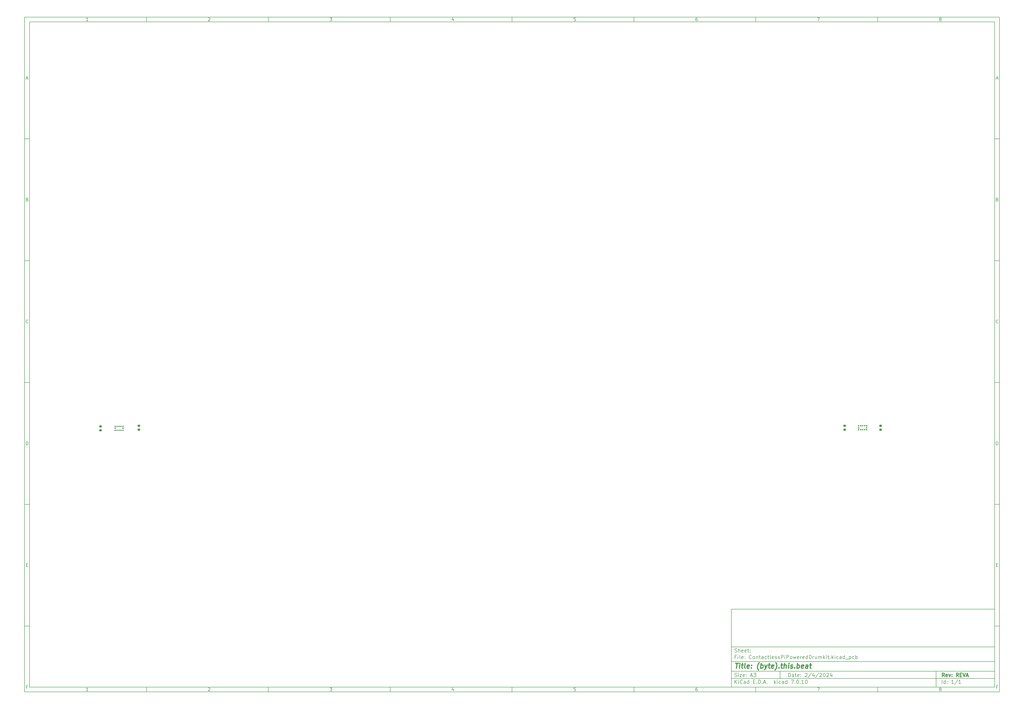
<source format=gbr>
%TF.GenerationSoftware,KiCad,Pcbnew,7.0.10*%
%TF.CreationDate,2024-02-05T23:16:51+00:00*%
%TF.ProjectId,ContactlessPiPoweredDrumkit,436f6e74-6163-4746-9c65-73735069506f,REVA*%
%TF.SameCoordinates,Original*%
%TF.FileFunction,Paste,Bot*%
%TF.FilePolarity,Positive*%
%FSLAX46Y46*%
G04 Gerber Fmt 4.6, Leading zero omitted, Abs format (unit mm)*
G04 Created by KiCad (PCBNEW 7.0.10) date 2024-02-05 23:16:51*
%MOMM*%
%LPD*%
G01*
G04 APERTURE LIST*
G04 Aperture macros list*
%AMRoundRect*
0 Rectangle with rounded corners*
0 $1 Rounding radius*
0 $2 $3 $4 $5 $6 $7 $8 $9 X,Y pos of 4 corners*
0 Add a 4 corners polygon primitive as box body*
4,1,4,$2,$3,$4,$5,$6,$7,$8,$9,$2,$3,0*
0 Add four circle primitives for the rounded corners*
1,1,$1+$1,$2,$3*
1,1,$1+$1,$4,$5*
1,1,$1+$1,$6,$7*
1,1,$1+$1,$8,$9*
0 Add four rect primitives between the rounded corners*
20,1,$1+$1,$2,$3,$4,$5,0*
20,1,$1+$1,$4,$5,$6,$7,0*
20,1,$1+$1,$6,$7,$8,$9,0*
20,1,$1+$1,$8,$9,$2,$3,0*%
G04 Aperture macros list end*
%ADD10C,0.100000*%
%ADD11C,0.150000*%
%ADD12C,0.300000*%
%ADD13C,0.400000*%
%ADD14RoundRect,0.062500X0.127500X0.062500X-0.127500X0.062500X-0.127500X-0.062500X0.127500X-0.062500X0*%
%ADD15RoundRect,0.125000X0.125000X0.125000X-0.125000X0.125000X-0.125000X-0.125000X0.125000X-0.125000X0*%
%ADD16RoundRect,0.225000X0.250000X-0.225000X0.250000X0.225000X-0.250000X0.225000X-0.250000X-0.225000X0*%
%ADD17RoundRect,0.225000X-0.250000X0.225000X-0.250000X-0.225000X0.250000X-0.225000X0.250000X0.225000X0*%
G04 APERTURE END LIST*
D10*
D11*
X299989000Y-253002200D02*
X407989000Y-253002200D01*
X407989000Y-285002200D01*
X299989000Y-285002200D01*
X299989000Y-253002200D01*
D10*
D11*
X10000000Y-10000000D02*
X409989000Y-10000000D01*
X409989000Y-287002200D01*
X10000000Y-287002200D01*
X10000000Y-10000000D01*
D10*
D11*
X12000000Y-12000000D02*
X407989000Y-12000000D01*
X407989000Y-285002200D01*
X12000000Y-285002200D01*
X12000000Y-12000000D01*
D10*
D11*
X60000000Y-12000000D02*
X60000000Y-10000000D01*
D10*
D11*
X110000000Y-12000000D02*
X110000000Y-10000000D01*
D10*
D11*
X160000000Y-12000000D02*
X160000000Y-10000000D01*
D10*
D11*
X210000000Y-12000000D02*
X210000000Y-10000000D01*
D10*
D11*
X260000000Y-12000000D02*
X260000000Y-10000000D01*
D10*
D11*
X310000000Y-12000000D02*
X310000000Y-10000000D01*
D10*
D11*
X360000000Y-12000000D02*
X360000000Y-10000000D01*
D10*
D11*
X36089160Y-11593604D02*
X35346303Y-11593604D01*
X35717731Y-11593604D02*
X35717731Y-10293604D01*
X35717731Y-10293604D02*
X35593922Y-10479319D01*
X35593922Y-10479319D02*
X35470112Y-10603128D01*
X35470112Y-10603128D02*
X35346303Y-10665033D01*
D10*
D11*
X85346303Y-10417414D02*
X85408207Y-10355509D01*
X85408207Y-10355509D02*
X85532017Y-10293604D01*
X85532017Y-10293604D02*
X85841541Y-10293604D01*
X85841541Y-10293604D02*
X85965350Y-10355509D01*
X85965350Y-10355509D02*
X86027255Y-10417414D01*
X86027255Y-10417414D02*
X86089160Y-10541223D01*
X86089160Y-10541223D02*
X86089160Y-10665033D01*
X86089160Y-10665033D02*
X86027255Y-10850747D01*
X86027255Y-10850747D02*
X85284398Y-11593604D01*
X85284398Y-11593604D02*
X86089160Y-11593604D01*
D10*
D11*
X135284398Y-10293604D02*
X136089160Y-10293604D01*
X136089160Y-10293604D02*
X135655826Y-10788842D01*
X135655826Y-10788842D02*
X135841541Y-10788842D01*
X135841541Y-10788842D02*
X135965350Y-10850747D01*
X135965350Y-10850747D02*
X136027255Y-10912652D01*
X136027255Y-10912652D02*
X136089160Y-11036461D01*
X136089160Y-11036461D02*
X136089160Y-11345985D01*
X136089160Y-11345985D02*
X136027255Y-11469795D01*
X136027255Y-11469795D02*
X135965350Y-11531700D01*
X135965350Y-11531700D02*
X135841541Y-11593604D01*
X135841541Y-11593604D02*
X135470112Y-11593604D01*
X135470112Y-11593604D02*
X135346303Y-11531700D01*
X135346303Y-11531700D02*
X135284398Y-11469795D01*
D10*
D11*
X185965350Y-10726938D02*
X185965350Y-11593604D01*
X185655826Y-10231700D02*
X185346303Y-11160271D01*
X185346303Y-11160271D02*
X186151064Y-11160271D01*
D10*
D11*
X236027255Y-10293604D02*
X235408207Y-10293604D01*
X235408207Y-10293604D02*
X235346303Y-10912652D01*
X235346303Y-10912652D02*
X235408207Y-10850747D01*
X235408207Y-10850747D02*
X235532017Y-10788842D01*
X235532017Y-10788842D02*
X235841541Y-10788842D01*
X235841541Y-10788842D02*
X235965350Y-10850747D01*
X235965350Y-10850747D02*
X236027255Y-10912652D01*
X236027255Y-10912652D02*
X236089160Y-11036461D01*
X236089160Y-11036461D02*
X236089160Y-11345985D01*
X236089160Y-11345985D02*
X236027255Y-11469795D01*
X236027255Y-11469795D02*
X235965350Y-11531700D01*
X235965350Y-11531700D02*
X235841541Y-11593604D01*
X235841541Y-11593604D02*
X235532017Y-11593604D01*
X235532017Y-11593604D02*
X235408207Y-11531700D01*
X235408207Y-11531700D02*
X235346303Y-11469795D01*
D10*
D11*
X285965350Y-10293604D02*
X285717731Y-10293604D01*
X285717731Y-10293604D02*
X285593922Y-10355509D01*
X285593922Y-10355509D02*
X285532017Y-10417414D01*
X285532017Y-10417414D02*
X285408207Y-10603128D01*
X285408207Y-10603128D02*
X285346303Y-10850747D01*
X285346303Y-10850747D02*
X285346303Y-11345985D01*
X285346303Y-11345985D02*
X285408207Y-11469795D01*
X285408207Y-11469795D02*
X285470112Y-11531700D01*
X285470112Y-11531700D02*
X285593922Y-11593604D01*
X285593922Y-11593604D02*
X285841541Y-11593604D01*
X285841541Y-11593604D02*
X285965350Y-11531700D01*
X285965350Y-11531700D02*
X286027255Y-11469795D01*
X286027255Y-11469795D02*
X286089160Y-11345985D01*
X286089160Y-11345985D02*
X286089160Y-11036461D01*
X286089160Y-11036461D02*
X286027255Y-10912652D01*
X286027255Y-10912652D02*
X285965350Y-10850747D01*
X285965350Y-10850747D02*
X285841541Y-10788842D01*
X285841541Y-10788842D02*
X285593922Y-10788842D01*
X285593922Y-10788842D02*
X285470112Y-10850747D01*
X285470112Y-10850747D02*
X285408207Y-10912652D01*
X285408207Y-10912652D02*
X285346303Y-11036461D01*
D10*
D11*
X335284398Y-10293604D02*
X336151064Y-10293604D01*
X336151064Y-10293604D02*
X335593922Y-11593604D01*
D10*
D11*
X385593922Y-10850747D02*
X385470112Y-10788842D01*
X385470112Y-10788842D02*
X385408207Y-10726938D01*
X385408207Y-10726938D02*
X385346303Y-10603128D01*
X385346303Y-10603128D02*
X385346303Y-10541223D01*
X385346303Y-10541223D02*
X385408207Y-10417414D01*
X385408207Y-10417414D02*
X385470112Y-10355509D01*
X385470112Y-10355509D02*
X385593922Y-10293604D01*
X385593922Y-10293604D02*
X385841541Y-10293604D01*
X385841541Y-10293604D02*
X385965350Y-10355509D01*
X385965350Y-10355509D02*
X386027255Y-10417414D01*
X386027255Y-10417414D02*
X386089160Y-10541223D01*
X386089160Y-10541223D02*
X386089160Y-10603128D01*
X386089160Y-10603128D02*
X386027255Y-10726938D01*
X386027255Y-10726938D02*
X385965350Y-10788842D01*
X385965350Y-10788842D02*
X385841541Y-10850747D01*
X385841541Y-10850747D02*
X385593922Y-10850747D01*
X385593922Y-10850747D02*
X385470112Y-10912652D01*
X385470112Y-10912652D02*
X385408207Y-10974557D01*
X385408207Y-10974557D02*
X385346303Y-11098366D01*
X385346303Y-11098366D02*
X385346303Y-11345985D01*
X385346303Y-11345985D02*
X385408207Y-11469795D01*
X385408207Y-11469795D02*
X385470112Y-11531700D01*
X385470112Y-11531700D02*
X385593922Y-11593604D01*
X385593922Y-11593604D02*
X385841541Y-11593604D01*
X385841541Y-11593604D02*
X385965350Y-11531700D01*
X385965350Y-11531700D02*
X386027255Y-11469795D01*
X386027255Y-11469795D02*
X386089160Y-11345985D01*
X386089160Y-11345985D02*
X386089160Y-11098366D01*
X386089160Y-11098366D02*
X386027255Y-10974557D01*
X386027255Y-10974557D02*
X385965350Y-10912652D01*
X385965350Y-10912652D02*
X385841541Y-10850747D01*
D10*
D11*
X60000000Y-285002200D02*
X60000000Y-287002200D01*
D10*
D11*
X110000000Y-285002200D02*
X110000000Y-287002200D01*
D10*
D11*
X160000000Y-285002200D02*
X160000000Y-287002200D01*
D10*
D11*
X210000000Y-285002200D02*
X210000000Y-287002200D01*
D10*
D11*
X260000000Y-285002200D02*
X260000000Y-287002200D01*
D10*
D11*
X310000000Y-285002200D02*
X310000000Y-287002200D01*
D10*
D11*
X360000000Y-285002200D02*
X360000000Y-287002200D01*
D10*
D11*
X36089160Y-286595804D02*
X35346303Y-286595804D01*
X35717731Y-286595804D02*
X35717731Y-285295804D01*
X35717731Y-285295804D02*
X35593922Y-285481519D01*
X35593922Y-285481519D02*
X35470112Y-285605328D01*
X35470112Y-285605328D02*
X35346303Y-285667233D01*
D10*
D11*
X85346303Y-285419614D02*
X85408207Y-285357709D01*
X85408207Y-285357709D02*
X85532017Y-285295804D01*
X85532017Y-285295804D02*
X85841541Y-285295804D01*
X85841541Y-285295804D02*
X85965350Y-285357709D01*
X85965350Y-285357709D02*
X86027255Y-285419614D01*
X86027255Y-285419614D02*
X86089160Y-285543423D01*
X86089160Y-285543423D02*
X86089160Y-285667233D01*
X86089160Y-285667233D02*
X86027255Y-285852947D01*
X86027255Y-285852947D02*
X85284398Y-286595804D01*
X85284398Y-286595804D02*
X86089160Y-286595804D01*
D10*
D11*
X135284398Y-285295804D02*
X136089160Y-285295804D01*
X136089160Y-285295804D02*
X135655826Y-285791042D01*
X135655826Y-285791042D02*
X135841541Y-285791042D01*
X135841541Y-285791042D02*
X135965350Y-285852947D01*
X135965350Y-285852947D02*
X136027255Y-285914852D01*
X136027255Y-285914852D02*
X136089160Y-286038661D01*
X136089160Y-286038661D02*
X136089160Y-286348185D01*
X136089160Y-286348185D02*
X136027255Y-286471995D01*
X136027255Y-286471995D02*
X135965350Y-286533900D01*
X135965350Y-286533900D02*
X135841541Y-286595804D01*
X135841541Y-286595804D02*
X135470112Y-286595804D01*
X135470112Y-286595804D02*
X135346303Y-286533900D01*
X135346303Y-286533900D02*
X135284398Y-286471995D01*
D10*
D11*
X185965350Y-285729138D02*
X185965350Y-286595804D01*
X185655826Y-285233900D02*
X185346303Y-286162471D01*
X185346303Y-286162471D02*
X186151064Y-286162471D01*
D10*
D11*
X236027255Y-285295804D02*
X235408207Y-285295804D01*
X235408207Y-285295804D02*
X235346303Y-285914852D01*
X235346303Y-285914852D02*
X235408207Y-285852947D01*
X235408207Y-285852947D02*
X235532017Y-285791042D01*
X235532017Y-285791042D02*
X235841541Y-285791042D01*
X235841541Y-285791042D02*
X235965350Y-285852947D01*
X235965350Y-285852947D02*
X236027255Y-285914852D01*
X236027255Y-285914852D02*
X236089160Y-286038661D01*
X236089160Y-286038661D02*
X236089160Y-286348185D01*
X236089160Y-286348185D02*
X236027255Y-286471995D01*
X236027255Y-286471995D02*
X235965350Y-286533900D01*
X235965350Y-286533900D02*
X235841541Y-286595804D01*
X235841541Y-286595804D02*
X235532017Y-286595804D01*
X235532017Y-286595804D02*
X235408207Y-286533900D01*
X235408207Y-286533900D02*
X235346303Y-286471995D01*
D10*
D11*
X285965350Y-285295804D02*
X285717731Y-285295804D01*
X285717731Y-285295804D02*
X285593922Y-285357709D01*
X285593922Y-285357709D02*
X285532017Y-285419614D01*
X285532017Y-285419614D02*
X285408207Y-285605328D01*
X285408207Y-285605328D02*
X285346303Y-285852947D01*
X285346303Y-285852947D02*
X285346303Y-286348185D01*
X285346303Y-286348185D02*
X285408207Y-286471995D01*
X285408207Y-286471995D02*
X285470112Y-286533900D01*
X285470112Y-286533900D02*
X285593922Y-286595804D01*
X285593922Y-286595804D02*
X285841541Y-286595804D01*
X285841541Y-286595804D02*
X285965350Y-286533900D01*
X285965350Y-286533900D02*
X286027255Y-286471995D01*
X286027255Y-286471995D02*
X286089160Y-286348185D01*
X286089160Y-286348185D02*
X286089160Y-286038661D01*
X286089160Y-286038661D02*
X286027255Y-285914852D01*
X286027255Y-285914852D02*
X285965350Y-285852947D01*
X285965350Y-285852947D02*
X285841541Y-285791042D01*
X285841541Y-285791042D02*
X285593922Y-285791042D01*
X285593922Y-285791042D02*
X285470112Y-285852947D01*
X285470112Y-285852947D02*
X285408207Y-285914852D01*
X285408207Y-285914852D02*
X285346303Y-286038661D01*
D10*
D11*
X335284398Y-285295804D02*
X336151064Y-285295804D01*
X336151064Y-285295804D02*
X335593922Y-286595804D01*
D10*
D11*
X385593922Y-285852947D02*
X385470112Y-285791042D01*
X385470112Y-285791042D02*
X385408207Y-285729138D01*
X385408207Y-285729138D02*
X385346303Y-285605328D01*
X385346303Y-285605328D02*
X385346303Y-285543423D01*
X385346303Y-285543423D02*
X385408207Y-285419614D01*
X385408207Y-285419614D02*
X385470112Y-285357709D01*
X385470112Y-285357709D02*
X385593922Y-285295804D01*
X385593922Y-285295804D02*
X385841541Y-285295804D01*
X385841541Y-285295804D02*
X385965350Y-285357709D01*
X385965350Y-285357709D02*
X386027255Y-285419614D01*
X386027255Y-285419614D02*
X386089160Y-285543423D01*
X386089160Y-285543423D02*
X386089160Y-285605328D01*
X386089160Y-285605328D02*
X386027255Y-285729138D01*
X386027255Y-285729138D02*
X385965350Y-285791042D01*
X385965350Y-285791042D02*
X385841541Y-285852947D01*
X385841541Y-285852947D02*
X385593922Y-285852947D01*
X385593922Y-285852947D02*
X385470112Y-285914852D01*
X385470112Y-285914852D02*
X385408207Y-285976757D01*
X385408207Y-285976757D02*
X385346303Y-286100566D01*
X385346303Y-286100566D02*
X385346303Y-286348185D01*
X385346303Y-286348185D02*
X385408207Y-286471995D01*
X385408207Y-286471995D02*
X385470112Y-286533900D01*
X385470112Y-286533900D02*
X385593922Y-286595804D01*
X385593922Y-286595804D02*
X385841541Y-286595804D01*
X385841541Y-286595804D02*
X385965350Y-286533900D01*
X385965350Y-286533900D02*
X386027255Y-286471995D01*
X386027255Y-286471995D02*
X386089160Y-286348185D01*
X386089160Y-286348185D02*
X386089160Y-286100566D01*
X386089160Y-286100566D02*
X386027255Y-285976757D01*
X386027255Y-285976757D02*
X385965350Y-285914852D01*
X385965350Y-285914852D02*
X385841541Y-285852947D01*
D10*
D11*
X10000000Y-60000000D02*
X12000000Y-60000000D01*
D10*
D11*
X10000000Y-110000000D02*
X12000000Y-110000000D01*
D10*
D11*
X10000000Y-160000000D02*
X12000000Y-160000000D01*
D10*
D11*
X10000000Y-210000000D02*
X12000000Y-210000000D01*
D10*
D11*
X10000000Y-260000000D02*
X12000000Y-260000000D01*
D10*
D11*
X10690476Y-35222176D02*
X11309523Y-35222176D01*
X10566666Y-35593604D02*
X10999999Y-34293604D01*
X10999999Y-34293604D02*
X11433333Y-35593604D01*
D10*
D11*
X11092857Y-84912652D02*
X11278571Y-84974557D01*
X11278571Y-84974557D02*
X11340476Y-85036461D01*
X11340476Y-85036461D02*
X11402380Y-85160271D01*
X11402380Y-85160271D02*
X11402380Y-85345985D01*
X11402380Y-85345985D02*
X11340476Y-85469795D01*
X11340476Y-85469795D02*
X11278571Y-85531700D01*
X11278571Y-85531700D02*
X11154761Y-85593604D01*
X11154761Y-85593604D02*
X10659523Y-85593604D01*
X10659523Y-85593604D02*
X10659523Y-84293604D01*
X10659523Y-84293604D02*
X11092857Y-84293604D01*
X11092857Y-84293604D02*
X11216666Y-84355509D01*
X11216666Y-84355509D02*
X11278571Y-84417414D01*
X11278571Y-84417414D02*
X11340476Y-84541223D01*
X11340476Y-84541223D02*
X11340476Y-84665033D01*
X11340476Y-84665033D02*
X11278571Y-84788842D01*
X11278571Y-84788842D02*
X11216666Y-84850747D01*
X11216666Y-84850747D02*
X11092857Y-84912652D01*
X11092857Y-84912652D02*
X10659523Y-84912652D01*
D10*
D11*
X11402380Y-135469795D02*
X11340476Y-135531700D01*
X11340476Y-135531700D02*
X11154761Y-135593604D01*
X11154761Y-135593604D02*
X11030952Y-135593604D01*
X11030952Y-135593604D02*
X10845238Y-135531700D01*
X10845238Y-135531700D02*
X10721428Y-135407890D01*
X10721428Y-135407890D02*
X10659523Y-135284080D01*
X10659523Y-135284080D02*
X10597619Y-135036461D01*
X10597619Y-135036461D02*
X10597619Y-134850747D01*
X10597619Y-134850747D02*
X10659523Y-134603128D01*
X10659523Y-134603128D02*
X10721428Y-134479319D01*
X10721428Y-134479319D02*
X10845238Y-134355509D01*
X10845238Y-134355509D02*
X11030952Y-134293604D01*
X11030952Y-134293604D02*
X11154761Y-134293604D01*
X11154761Y-134293604D02*
X11340476Y-134355509D01*
X11340476Y-134355509D02*
X11402380Y-134417414D01*
D10*
D11*
X10659523Y-185593604D02*
X10659523Y-184293604D01*
X10659523Y-184293604D02*
X10969047Y-184293604D01*
X10969047Y-184293604D02*
X11154761Y-184355509D01*
X11154761Y-184355509D02*
X11278571Y-184479319D01*
X11278571Y-184479319D02*
X11340476Y-184603128D01*
X11340476Y-184603128D02*
X11402380Y-184850747D01*
X11402380Y-184850747D02*
X11402380Y-185036461D01*
X11402380Y-185036461D02*
X11340476Y-185284080D01*
X11340476Y-185284080D02*
X11278571Y-185407890D01*
X11278571Y-185407890D02*
X11154761Y-185531700D01*
X11154761Y-185531700D02*
X10969047Y-185593604D01*
X10969047Y-185593604D02*
X10659523Y-185593604D01*
D10*
D11*
X10721428Y-234912652D02*
X11154762Y-234912652D01*
X11340476Y-235593604D02*
X10721428Y-235593604D01*
X10721428Y-235593604D02*
X10721428Y-234293604D01*
X10721428Y-234293604D02*
X11340476Y-234293604D01*
D10*
D11*
X11185714Y-284912652D02*
X10752380Y-284912652D01*
X10752380Y-285593604D02*
X10752380Y-284293604D01*
X10752380Y-284293604D02*
X11371428Y-284293604D01*
D10*
D11*
X409989000Y-60000000D02*
X407989000Y-60000000D01*
D10*
D11*
X409989000Y-110000000D02*
X407989000Y-110000000D01*
D10*
D11*
X409989000Y-160000000D02*
X407989000Y-160000000D01*
D10*
D11*
X409989000Y-210000000D02*
X407989000Y-210000000D01*
D10*
D11*
X409989000Y-260000000D02*
X407989000Y-260000000D01*
D10*
D11*
X408679476Y-35222176D02*
X409298523Y-35222176D01*
X408555666Y-35593604D02*
X408988999Y-34293604D01*
X408988999Y-34293604D02*
X409422333Y-35593604D01*
D10*
D11*
X409081857Y-84912652D02*
X409267571Y-84974557D01*
X409267571Y-84974557D02*
X409329476Y-85036461D01*
X409329476Y-85036461D02*
X409391380Y-85160271D01*
X409391380Y-85160271D02*
X409391380Y-85345985D01*
X409391380Y-85345985D02*
X409329476Y-85469795D01*
X409329476Y-85469795D02*
X409267571Y-85531700D01*
X409267571Y-85531700D02*
X409143761Y-85593604D01*
X409143761Y-85593604D02*
X408648523Y-85593604D01*
X408648523Y-85593604D02*
X408648523Y-84293604D01*
X408648523Y-84293604D02*
X409081857Y-84293604D01*
X409081857Y-84293604D02*
X409205666Y-84355509D01*
X409205666Y-84355509D02*
X409267571Y-84417414D01*
X409267571Y-84417414D02*
X409329476Y-84541223D01*
X409329476Y-84541223D02*
X409329476Y-84665033D01*
X409329476Y-84665033D02*
X409267571Y-84788842D01*
X409267571Y-84788842D02*
X409205666Y-84850747D01*
X409205666Y-84850747D02*
X409081857Y-84912652D01*
X409081857Y-84912652D02*
X408648523Y-84912652D01*
D10*
D11*
X409391380Y-135469795D02*
X409329476Y-135531700D01*
X409329476Y-135531700D02*
X409143761Y-135593604D01*
X409143761Y-135593604D02*
X409019952Y-135593604D01*
X409019952Y-135593604D02*
X408834238Y-135531700D01*
X408834238Y-135531700D02*
X408710428Y-135407890D01*
X408710428Y-135407890D02*
X408648523Y-135284080D01*
X408648523Y-135284080D02*
X408586619Y-135036461D01*
X408586619Y-135036461D02*
X408586619Y-134850747D01*
X408586619Y-134850747D02*
X408648523Y-134603128D01*
X408648523Y-134603128D02*
X408710428Y-134479319D01*
X408710428Y-134479319D02*
X408834238Y-134355509D01*
X408834238Y-134355509D02*
X409019952Y-134293604D01*
X409019952Y-134293604D02*
X409143761Y-134293604D01*
X409143761Y-134293604D02*
X409329476Y-134355509D01*
X409329476Y-134355509D02*
X409391380Y-134417414D01*
D10*
D11*
X408648523Y-185593604D02*
X408648523Y-184293604D01*
X408648523Y-184293604D02*
X408958047Y-184293604D01*
X408958047Y-184293604D02*
X409143761Y-184355509D01*
X409143761Y-184355509D02*
X409267571Y-184479319D01*
X409267571Y-184479319D02*
X409329476Y-184603128D01*
X409329476Y-184603128D02*
X409391380Y-184850747D01*
X409391380Y-184850747D02*
X409391380Y-185036461D01*
X409391380Y-185036461D02*
X409329476Y-185284080D01*
X409329476Y-185284080D02*
X409267571Y-185407890D01*
X409267571Y-185407890D02*
X409143761Y-185531700D01*
X409143761Y-185531700D02*
X408958047Y-185593604D01*
X408958047Y-185593604D02*
X408648523Y-185593604D01*
D10*
D11*
X408710428Y-234912652D02*
X409143762Y-234912652D01*
X409329476Y-235593604D02*
X408710428Y-235593604D01*
X408710428Y-235593604D02*
X408710428Y-234293604D01*
X408710428Y-234293604D02*
X409329476Y-234293604D01*
D10*
D11*
X409174714Y-284912652D02*
X408741380Y-284912652D01*
X408741380Y-285593604D02*
X408741380Y-284293604D01*
X408741380Y-284293604D02*
X409360428Y-284293604D01*
D10*
D11*
X323444826Y-280788328D02*
X323444826Y-279288328D01*
X323444826Y-279288328D02*
X323801969Y-279288328D01*
X323801969Y-279288328D02*
X324016255Y-279359757D01*
X324016255Y-279359757D02*
X324159112Y-279502614D01*
X324159112Y-279502614D02*
X324230541Y-279645471D01*
X324230541Y-279645471D02*
X324301969Y-279931185D01*
X324301969Y-279931185D02*
X324301969Y-280145471D01*
X324301969Y-280145471D02*
X324230541Y-280431185D01*
X324230541Y-280431185D02*
X324159112Y-280574042D01*
X324159112Y-280574042D02*
X324016255Y-280716900D01*
X324016255Y-280716900D02*
X323801969Y-280788328D01*
X323801969Y-280788328D02*
X323444826Y-280788328D01*
X325587684Y-280788328D02*
X325587684Y-280002614D01*
X325587684Y-280002614D02*
X325516255Y-279859757D01*
X325516255Y-279859757D02*
X325373398Y-279788328D01*
X325373398Y-279788328D02*
X325087684Y-279788328D01*
X325087684Y-279788328D02*
X324944826Y-279859757D01*
X325587684Y-280716900D02*
X325444826Y-280788328D01*
X325444826Y-280788328D02*
X325087684Y-280788328D01*
X325087684Y-280788328D02*
X324944826Y-280716900D01*
X324944826Y-280716900D02*
X324873398Y-280574042D01*
X324873398Y-280574042D02*
X324873398Y-280431185D01*
X324873398Y-280431185D02*
X324944826Y-280288328D01*
X324944826Y-280288328D02*
X325087684Y-280216900D01*
X325087684Y-280216900D02*
X325444826Y-280216900D01*
X325444826Y-280216900D02*
X325587684Y-280145471D01*
X326087684Y-279788328D02*
X326659112Y-279788328D01*
X326301969Y-279288328D02*
X326301969Y-280574042D01*
X326301969Y-280574042D02*
X326373398Y-280716900D01*
X326373398Y-280716900D02*
X326516255Y-280788328D01*
X326516255Y-280788328D02*
X326659112Y-280788328D01*
X327730541Y-280716900D02*
X327587684Y-280788328D01*
X327587684Y-280788328D02*
X327301970Y-280788328D01*
X327301970Y-280788328D02*
X327159112Y-280716900D01*
X327159112Y-280716900D02*
X327087684Y-280574042D01*
X327087684Y-280574042D02*
X327087684Y-280002614D01*
X327087684Y-280002614D02*
X327159112Y-279859757D01*
X327159112Y-279859757D02*
X327301970Y-279788328D01*
X327301970Y-279788328D02*
X327587684Y-279788328D01*
X327587684Y-279788328D02*
X327730541Y-279859757D01*
X327730541Y-279859757D02*
X327801970Y-280002614D01*
X327801970Y-280002614D02*
X327801970Y-280145471D01*
X327801970Y-280145471D02*
X327087684Y-280288328D01*
X328444826Y-280645471D02*
X328516255Y-280716900D01*
X328516255Y-280716900D02*
X328444826Y-280788328D01*
X328444826Y-280788328D02*
X328373398Y-280716900D01*
X328373398Y-280716900D02*
X328444826Y-280645471D01*
X328444826Y-280645471D02*
X328444826Y-280788328D01*
X328444826Y-279859757D02*
X328516255Y-279931185D01*
X328516255Y-279931185D02*
X328444826Y-280002614D01*
X328444826Y-280002614D02*
X328373398Y-279931185D01*
X328373398Y-279931185D02*
X328444826Y-279859757D01*
X328444826Y-279859757D02*
X328444826Y-280002614D01*
X330230541Y-279431185D02*
X330301969Y-279359757D01*
X330301969Y-279359757D02*
X330444827Y-279288328D01*
X330444827Y-279288328D02*
X330801969Y-279288328D01*
X330801969Y-279288328D02*
X330944827Y-279359757D01*
X330944827Y-279359757D02*
X331016255Y-279431185D01*
X331016255Y-279431185D02*
X331087684Y-279574042D01*
X331087684Y-279574042D02*
X331087684Y-279716900D01*
X331087684Y-279716900D02*
X331016255Y-279931185D01*
X331016255Y-279931185D02*
X330159112Y-280788328D01*
X330159112Y-280788328D02*
X331087684Y-280788328D01*
X332801969Y-279216900D02*
X331516255Y-281145471D01*
X333944827Y-279788328D02*
X333944827Y-280788328D01*
X333587684Y-279216900D02*
X333230541Y-280288328D01*
X333230541Y-280288328D02*
X334159112Y-280288328D01*
X335801969Y-279216900D02*
X334516255Y-281145471D01*
X336230541Y-279431185D02*
X336301969Y-279359757D01*
X336301969Y-279359757D02*
X336444827Y-279288328D01*
X336444827Y-279288328D02*
X336801969Y-279288328D01*
X336801969Y-279288328D02*
X336944827Y-279359757D01*
X336944827Y-279359757D02*
X337016255Y-279431185D01*
X337016255Y-279431185D02*
X337087684Y-279574042D01*
X337087684Y-279574042D02*
X337087684Y-279716900D01*
X337087684Y-279716900D02*
X337016255Y-279931185D01*
X337016255Y-279931185D02*
X336159112Y-280788328D01*
X336159112Y-280788328D02*
X337087684Y-280788328D01*
X338016255Y-279288328D02*
X338159112Y-279288328D01*
X338159112Y-279288328D02*
X338301969Y-279359757D01*
X338301969Y-279359757D02*
X338373398Y-279431185D01*
X338373398Y-279431185D02*
X338444826Y-279574042D01*
X338444826Y-279574042D02*
X338516255Y-279859757D01*
X338516255Y-279859757D02*
X338516255Y-280216900D01*
X338516255Y-280216900D02*
X338444826Y-280502614D01*
X338444826Y-280502614D02*
X338373398Y-280645471D01*
X338373398Y-280645471D02*
X338301969Y-280716900D01*
X338301969Y-280716900D02*
X338159112Y-280788328D01*
X338159112Y-280788328D02*
X338016255Y-280788328D01*
X338016255Y-280788328D02*
X337873398Y-280716900D01*
X337873398Y-280716900D02*
X337801969Y-280645471D01*
X337801969Y-280645471D02*
X337730540Y-280502614D01*
X337730540Y-280502614D02*
X337659112Y-280216900D01*
X337659112Y-280216900D02*
X337659112Y-279859757D01*
X337659112Y-279859757D02*
X337730540Y-279574042D01*
X337730540Y-279574042D02*
X337801969Y-279431185D01*
X337801969Y-279431185D02*
X337873398Y-279359757D01*
X337873398Y-279359757D02*
X338016255Y-279288328D01*
X339087683Y-279431185D02*
X339159111Y-279359757D01*
X339159111Y-279359757D02*
X339301969Y-279288328D01*
X339301969Y-279288328D02*
X339659111Y-279288328D01*
X339659111Y-279288328D02*
X339801969Y-279359757D01*
X339801969Y-279359757D02*
X339873397Y-279431185D01*
X339873397Y-279431185D02*
X339944826Y-279574042D01*
X339944826Y-279574042D02*
X339944826Y-279716900D01*
X339944826Y-279716900D02*
X339873397Y-279931185D01*
X339873397Y-279931185D02*
X339016254Y-280788328D01*
X339016254Y-280788328D02*
X339944826Y-280788328D01*
X341230540Y-279788328D02*
X341230540Y-280788328D01*
X340873397Y-279216900D02*
X340516254Y-280288328D01*
X340516254Y-280288328D02*
X341444825Y-280288328D01*
D10*
D11*
X299989000Y-281502200D02*
X407989000Y-281502200D01*
D10*
D11*
X301444826Y-283588328D02*
X301444826Y-282088328D01*
X302301969Y-283588328D02*
X301659112Y-282731185D01*
X302301969Y-282088328D02*
X301444826Y-282945471D01*
X302944826Y-283588328D02*
X302944826Y-282588328D01*
X302944826Y-282088328D02*
X302873398Y-282159757D01*
X302873398Y-282159757D02*
X302944826Y-282231185D01*
X302944826Y-282231185D02*
X303016255Y-282159757D01*
X303016255Y-282159757D02*
X302944826Y-282088328D01*
X302944826Y-282088328D02*
X302944826Y-282231185D01*
X304516255Y-283445471D02*
X304444827Y-283516900D01*
X304444827Y-283516900D02*
X304230541Y-283588328D01*
X304230541Y-283588328D02*
X304087684Y-283588328D01*
X304087684Y-283588328D02*
X303873398Y-283516900D01*
X303873398Y-283516900D02*
X303730541Y-283374042D01*
X303730541Y-283374042D02*
X303659112Y-283231185D01*
X303659112Y-283231185D02*
X303587684Y-282945471D01*
X303587684Y-282945471D02*
X303587684Y-282731185D01*
X303587684Y-282731185D02*
X303659112Y-282445471D01*
X303659112Y-282445471D02*
X303730541Y-282302614D01*
X303730541Y-282302614D02*
X303873398Y-282159757D01*
X303873398Y-282159757D02*
X304087684Y-282088328D01*
X304087684Y-282088328D02*
X304230541Y-282088328D01*
X304230541Y-282088328D02*
X304444827Y-282159757D01*
X304444827Y-282159757D02*
X304516255Y-282231185D01*
X305801970Y-283588328D02*
X305801970Y-282802614D01*
X305801970Y-282802614D02*
X305730541Y-282659757D01*
X305730541Y-282659757D02*
X305587684Y-282588328D01*
X305587684Y-282588328D02*
X305301970Y-282588328D01*
X305301970Y-282588328D02*
X305159112Y-282659757D01*
X305801970Y-283516900D02*
X305659112Y-283588328D01*
X305659112Y-283588328D02*
X305301970Y-283588328D01*
X305301970Y-283588328D02*
X305159112Y-283516900D01*
X305159112Y-283516900D02*
X305087684Y-283374042D01*
X305087684Y-283374042D02*
X305087684Y-283231185D01*
X305087684Y-283231185D02*
X305159112Y-283088328D01*
X305159112Y-283088328D02*
X305301970Y-283016900D01*
X305301970Y-283016900D02*
X305659112Y-283016900D01*
X305659112Y-283016900D02*
X305801970Y-282945471D01*
X307159113Y-283588328D02*
X307159113Y-282088328D01*
X307159113Y-283516900D02*
X307016255Y-283588328D01*
X307016255Y-283588328D02*
X306730541Y-283588328D01*
X306730541Y-283588328D02*
X306587684Y-283516900D01*
X306587684Y-283516900D02*
X306516255Y-283445471D01*
X306516255Y-283445471D02*
X306444827Y-283302614D01*
X306444827Y-283302614D02*
X306444827Y-282874042D01*
X306444827Y-282874042D02*
X306516255Y-282731185D01*
X306516255Y-282731185D02*
X306587684Y-282659757D01*
X306587684Y-282659757D02*
X306730541Y-282588328D01*
X306730541Y-282588328D02*
X307016255Y-282588328D01*
X307016255Y-282588328D02*
X307159113Y-282659757D01*
X309016255Y-282802614D02*
X309516255Y-282802614D01*
X309730541Y-283588328D02*
X309016255Y-283588328D01*
X309016255Y-283588328D02*
X309016255Y-282088328D01*
X309016255Y-282088328D02*
X309730541Y-282088328D01*
X310373398Y-283445471D02*
X310444827Y-283516900D01*
X310444827Y-283516900D02*
X310373398Y-283588328D01*
X310373398Y-283588328D02*
X310301970Y-283516900D01*
X310301970Y-283516900D02*
X310373398Y-283445471D01*
X310373398Y-283445471D02*
X310373398Y-283588328D01*
X311087684Y-283588328D02*
X311087684Y-282088328D01*
X311087684Y-282088328D02*
X311444827Y-282088328D01*
X311444827Y-282088328D02*
X311659113Y-282159757D01*
X311659113Y-282159757D02*
X311801970Y-282302614D01*
X311801970Y-282302614D02*
X311873399Y-282445471D01*
X311873399Y-282445471D02*
X311944827Y-282731185D01*
X311944827Y-282731185D02*
X311944827Y-282945471D01*
X311944827Y-282945471D02*
X311873399Y-283231185D01*
X311873399Y-283231185D02*
X311801970Y-283374042D01*
X311801970Y-283374042D02*
X311659113Y-283516900D01*
X311659113Y-283516900D02*
X311444827Y-283588328D01*
X311444827Y-283588328D02*
X311087684Y-283588328D01*
X312587684Y-283445471D02*
X312659113Y-283516900D01*
X312659113Y-283516900D02*
X312587684Y-283588328D01*
X312587684Y-283588328D02*
X312516256Y-283516900D01*
X312516256Y-283516900D02*
X312587684Y-283445471D01*
X312587684Y-283445471D02*
X312587684Y-283588328D01*
X313230542Y-283159757D02*
X313944828Y-283159757D01*
X313087685Y-283588328D02*
X313587685Y-282088328D01*
X313587685Y-282088328D02*
X314087685Y-283588328D01*
X314587684Y-283445471D02*
X314659113Y-283516900D01*
X314659113Y-283516900D02*
X314587684Y-283588328D01*
X314587684Y-283588328D02*
X314516256Y-283516900D01*
X314516256Y-283516900D02*
X314587684Y-283445471D01*
X314587684Y-283445471D02*
X314587684Y-283588328D01*
X317587684Y-283588328D02*
X317587684Y-282088328D01*
X317730542Y-283016900D02*
X318159113Y-283588328D01*
X318159113Y-282588328D02*
X317587684Y-283159757D01*
X318801970Y-283588328D02*
X318801970Y-282588328D01*
X318801970Y-282088328D02*
X318730542Y-282159757D01*
X318730542Y-282159757D02*
X318801970Y-282231185D01*
X318801970Y-282231185D02*
X318873399Y-282159757D01*
X318873399Y-282159757D02*
X318801970Y-282088328D01*
X318801970Y-282088328D02*
X318801970Y-282231185D01*
X320159114Y-283516900D02*
X320016256Y-283588328D01*
X320016256Y-283588328D02*
X319730542Y-283588328D01*
X319730542Y-283588328D02*
X319587685Y-283516900D01*
X319587685Y-283516900D02*
X319516256Y-283445471D01*
X319516256Y-283445471D02*
X319444828Y-283302614D01*
X319444828Y-283302614D02*
X319444828Y-282874042D01*
X319444828Y-282874042D02*
X319516256Y-282731185D01*
X319516256Y-282731185D02*
X319587685Y-282659757D01*
X319587685Y-282659757D02*
X319730542Y-282588328D01*
X319730542Y-282588328D02*
X320016256Y-282588328D01*
X320016256Y-282588328D02*
X320159114Y-282659757D01*
X321444828Y-283588328D02*
X321444828Y-282802614D01*
X321444828Y-282802614D02*
X321373399Y-282659757D01*
X321373399Y-282659757D02*
X321230542Y-282588328D01*
X321230542Y-282588328D02*
X320944828Y-282588328D01*
X320944828Y-282588328D02*
X320801970Y-282659757D01*
X321444828Y-283516900D02*
X321301970Y-283588328D01*
X321301970Y-283588328D02*
X320944828Y-283588328D01*
X320944828Y-283588328D02*
X320801970Y-283516900D01*
X320801970Y-283516900D02*
X320730542Y-283374042D01*
X320730542Y-283374042D02*
X320730542Y-283231185D01*
X320730542Y-283231185D02*
X320801970Y-283088328D01*
X320801970Y-283088328D02*
X320944828Y-283016900D01*
X320944828Y-283016900D02*
X321301970Y-283016900D01*
X321301970Y-283016900D02*
X321444828Y-282945471D01*
X322801971Y-283588328D02*
X322801971Y-282088328D01*
X322801971Y-283516900D02*
X322659113Y-283588328D01*
X322659113Y-283588328D02*
X322373399Y-283588328D01*
X322373399Y-283588328D02*
X322230542Y-283516900D01*
X322230542Y-283516900D02*
X322159113Y-283445471D01*
X322159113Y-283445471D02*
X322087685Y-283302614D01*
X322087685Y-283302614D02*
X322087685Y-282874042D01*
X322087685Y-282874042D02*
X322159113Y-282731185D01*
X322159113Y-282731185D02*
X322230542Y-282659757D01*
X322230542Y-282659757D02*
X322373399Y-282588328D01*
X322373399Y-282588328D02*
X322659113Y-282588328D01*
X322659113Y-282588328D02*
X322801971Y-282659757D01*
X324516256Y-282088328D02*
X325516256Y-282088328D01*
X325516256Y-282088328D02*
X324873399Y-283588328D01*
X326087684Y-283445471D02*
X326159113Y-283516900D01*
X326159113Y-283516900D02*
X326087684Y-283588328D01*
X326087684Y-283588328D02*
X326016256Y-283516900D01*
X326016256Y-283516900D02*
X326087684Y-283445471D01*
X326087684Y-283445471D02*
X326087684Y-283588328D01*
X327087685Y-282088328D02*
X327230542Y-282088328D01*
X327230542Y-282088328D02*
X327373399Y-282159757D01*
X327373399Y-282159757D02*
X327444828Y-282231185D01*
X327444828Y-282231185D02*
X327516256Y-282374042D01*
X327516256Y-282374042D02*
X327587685Y-282659757D01*
X327587685Y-282659757D02*
X327587685Y-283016900D01*
X327587685Y-283016900D02*
X327516256Y-283302614D01*
X327516256Y-283302614D02*
X327444828Y-283445471D01*
X327444828Y-283445471D02*
X327373399Y-283516900D01*
X327373399Y-283516900D02*
X327230542Y-283588328D01*
X327230542Y-283588328D02*
X327087685Y-283588328D01*
X327087685Y-283588328D02*
X326944828Y-283516900D01*
X326944828Y-283516900D02*
X326873399Y-283445471D01*
X326873399Y-283445471D02*
X326801970Y-283302614D01*
X326801970Y-283302614D02*
X326730542Y-283016900D01*
X326730542Y-283016900D02*
X326730542Y-282659757D01*
X326730542Y-282659757D02*
X326801970Y-282374042D01*
X326801970Y-282374042D02*
X326873399Y-282231185D01*
X326873399Y-282231185D02*
X326944828Y-282159757D01*
X326944828Y-282159757D02*
X327087685Y-282088328D01*
X328230541Y-283445471D02*
X328301970Y-283516900D01*
X328301970Y-283516900D02*
X328230541Y-283588328D01*
X328230541Y-283588328D02*
X328159113Y-283516900D01*
X328159113Y-283516900D02*
X328230541Y-283445471D01*
X328230541Y-283445471D02*
X328230541Y-283588328D01*
X329730542Y-283588328D02*
X328873399Y-283588328D01*
X329301970Y-283588328D02*
X329301970Y-282088328D01*
X329301970Y-282088328D02*
X329159113Y-282302614D01*
X329159113Y-282302614D02*
X329016256Y-282445471D01*
X329016256Y-282445471D02*
X328873399Y-282516900D01*
X330659113Y-282088328D02*
X330801970Y-282088328D01*
X330801970Y-282088328D02*
X330944827Y-282159757D01*
X330944827Y-282159757D02*
X331016256Y-282231185D01*
X331016256Y-282231185D02*
X331087684Y-282374042D01*
X331087684Y-282374042D02*
X331159113Y-282659757D01*
X331159113Y-282659757D02*
X331159113Y-283016900D01*
X331159113Y-283016900D02*
X331087684Y-283302614D01*
X331087684Y-283302614D02*
X331016256Y-283445471D01*
X331016256Y-283445471D02*
X330944827Y-283516900D01*
X330944827Y-283516900D02*
X330801970Y-283588328D01*
X330801970Y-283588328D02*
X330659113Y-283588328D01*
X330659113Y-283588328D02*
X330516256Y-283516900D01*
X330516256Y-283516900D02*
X330444827Y-283445471D01*
X330444827Y-283445471D02*
X330373398Y-283302614D01*
X330373398Y-283302614D02*
X330301970Y-283016900D01*
X330301970Y-283016900D02*
X330301970Y-282659757D01*
X330301970Y-282659757D02*
X330373398Y-282374042D01*
X330373398Y-282374042D02*
X330444827Y-282231185D01*
X330444827Y-282231185D02*
X330516256Y-282159757D01*
X330516256Y-282159757D02*
X330659113Y-282088328D01*
D10*
D11*
X299989000Y-278502200D02*
X407989000Y-278502200D01*
D10*
D12*
X387400653Y-280780528D02*
X386900653Y-280066242D01*
X386543510Y-280780528D02*
X386543510Y-279280528D01*
X386543510Y-279280528D02*
X387114939Y-279280528D01*
X387114939Y-279280528D02*
X387257796Y-279351957D01*
X387257796Y-279351957D02*
X387329225Y-279423385D01*
X387329225Y-279423385D02*
X387400653Y-279566242D01*
X387400653Y-279566242D02*
X387400653Y-279780528D01*
X387400653Y-279780528D02*
X387329225Y-279923385D01*
X387329225Y-279923385D02*
X387257796Y-279994814D01*
X387257796Y-279994814D02*
X387114939Y-280066242D01*
X387114939Y-280066242D02*
X386543510Y-280066242D01*
X388614939Y-280709100D02*
X388472082Y-280780528D01*
X388472082Y-280780528D02*
X388186368Y-280780528D01*
X388186368Y-280780528D02*
X388043510Y-280709100D01*
X388043510Y-280709100D02*
X387972082Y-280566242D01*
X387972082Y-280566242D02*
X387972082Y-279994814D01*
X387972082Y-279994814D02*
X388043510Y-279851957D01*
X388043510Y-279851957D02*
X388186368Y-279780528D01*
X388186368Y-279780528D02*
X388472082Y-279780528D01*
X388472082Y-279780528D02*
X388614939Y-279851957D01*
X388614939Y-279851957D02*
X388686368Y-279994814D01*
X388686368Y-279994814D02*
X388686368Y-280137671D01*
X388686368Y-280137671D02*
X387972082Y-280280528D01*
X389186367Y-279780528D02*
X389543510Y-280780528D01*
X389543510Y-280780528D02*
X389900653Y-279780528D01*
X390472081Y-280637671D02*
X390543510Y-280709100D01*
X390543510Y-280709100D02*
X390472081Y-280780528D01*
X390472081Y-280780528D02*
X390400653Y-280709100D01*
X390400653Y-280709100D02*
X390472081Y-280637671D01*
X390472081Y-280637671D02*
X390472081Y-280780528D01*
X390472081Y-279851957D02*
X390543510Y-279923385D01*
X390543510Y-279923385D02*
X390472081Y-279994814D01*
X390472081Y-279994814D02*
X390400653Y-279923385D01*
X390400653Y-279923385D02*
X390472081Y-279851957D01*
X390472081Y-279851957D02*
X390472081Y-279994814D01*
X393186367Y-280780528D02*
X392686367Y-280066242D01*
X392329224Y-280780528D02*
X392329224Y-279280528D01*
X392329224Y-279280528D02*
X392900653Y-279280528D01*
X392900653Y-279280528D02*
X393043510Y-279351957D01*
X393043510Y-279351957D02*
X393114939Y-279423385D01*
X393114939Y-279423385D02*
X393186367Y-279566242D01*
X393186367Y-279566242D02*
X393186367Y-279780528D01*
X393186367Y-279780528D02*
X393114939Y-279923385D01*
X393114939Y-279923385D02*
X393043510Y-279994814D01*
X393043510Y-279994814D02*
X392900653Y-280066242D01*
X392900653Y-280066242D02*
X392329224Y-280066242D01*
X393829224Y-279994814D02*
X394329224Y-279994814D01*
X394543510Y-280780528D02*
X393829224Y-280780528D01*
X393829224Y-280780528D02*
X393829224Y-279280528D01*
X393829224Y-279280528D02*
X394543510Y-279280528D01*
X394972082Y-279280528D02*
X395472082Y-280780528D01*
X395472082Y-280780528D02*
X395972082Y-279280528D01*
X396400653Y-280351957D02*
X397114939Y-280351957D01*
X396257796Y-280780528D02*
X396757796Y-279280528D01*
X396757796Y-279280528D02*
X397257796Y-280780528D01*
D10*
D11*
X301373398Y-280716900D02*
X301587684Y-280788328D01*
X301587684Y-280788328D02*
X301944826Y-280788328D01*
X301944826Y-280788328D02*
X302087684Y-280716900D01*
X302087684Y-280716900D02*
X302159112Y-280645471D01*
X302159112Y-280645471D02*
X302230541Y-280502614D01*
X302230541Y-280502614D02*
X302230541Y-280359757D01*
X302230541Y-280359757D02*
X302159112Y-280216900D01*
X302159112Y-280216900D02*
X302087684Y-280145471D01*
X302087684Y-280145471D02*
X301944826Y-280074042D01*
X301944826Y-280074042D02*
X301659112Y-280002614D01*
X301659112Y-280002614D02*
X301516255Y-279931185D01*
X301516255Y-279931185D02*
X301444826Y-279859757D01*
X301444826Y-279859757D02*
X301373398Y-279716900D01*
X301373398Y-279716900D02*
X301373398Y-279574042D01*
X301373398Y-279574042D02*
X301444826Y-279431185D01*
X301444826Y-279431185D02*
X301516255Y-279359757D01*
X301516255Y-279359757D02*
X301659112Y-279288328D01*
X301659112Y-279288328D02*
X302016255Y-279288328D01*
X302016255Y-279288328D02*
X302230541Y-279359757D01*
X302873397Y-280788328D02*
X302873397Y-279788328D01*
X302873397Y-279288328D02*
X302801969Y-279359757D01*
X302801969Y-279359757D02*
X302873397Y-279431185D01*
X302873397Y-279431185D02*
X302944826Y-279359757D01*
X302944826Y-279359757D02*
X302873397Y-279288328D01*
X302873397Y-279288328D02*
X302873397Y-279431185D01*
X303444826Y-279788328D02*
X304230541Y-279788328D01*
X304230541Y-279788328D02*
X303444826Y-280788328D01*
X303444826Y-280788328D02*
X304230541Y-280788328D01*
X305373398Y-280716900D02*
X305230541Y-280788328D01*
X305230541Y-280788328D02*
X304944827Y-280788328D01*
X304944827Y-280788328D02*
X304801969Y-280716900D01*
X304801969Y-280716900D02*
X304730541Y-280574042D01*
X304730541Y-280574042D02*
X304730541Y-280002614D01*
X304730541Y-280002614D02*
X304801969Y-279859757D01*
X304801969Y-279859757D02*
X304944827Y-279788328D01*
X304944827Y-279788328D02*
X305230541Y-279788328D01*
X305230541Y-279788328D02*
X305373398Y-279859757D01*
X305373398Y-279859757D02*
X305444827Y-280002614D01*
X305444827Y-280002614D02*
X305444827Y-280145471D01*
X305444827Y-280145471D02*
X304730541Y-280288328D01*
X306087683Y-280645471D02*
X306159112Y-280716900D01*
X306159112Y-280716900D02*
X306087683Y-280788328D01*
X306087683Y-280788328D02*
X306016255Y-280716900D01*
X306016255Y-280716900D02*
X306087683Y-280645471D01*
X306087683Y-280645471D02*
X306087683Y-280788328D01*
X306087683Y-279859757D02*
X306159112Y-279931185D01*
X306159112Y-279931185D02*
X306087683Y-280002614D01*
X306087683Y-280002614D02*
X306016255Y-279931185D01*
X306016255Y-279931185D02*
X306087683Y-279859757D01*
X306087683Y-279859757D02*
X306087683Y-280002614D01*
X307873398Y-280359757D02*
X308587684Y-280359757D01*
X307730541Y-280788328D02*
X308230541Y-279288328D01*
X308230541Y-279288328D02*
X308730541Y-280788328D01*
X309087683Y-279288328D02*
X310016255Y-279288328D01*
X310016255Y-279288328D02*
X309516255Y-279859757D01*
X309516255Y-279859757D02*
X309730540Y-279859757D01*
X309730540Y-279859757D02*
X309873398Y-279931185D01*
X309873398Y-279931185D02*
X309944826Y-280002614D01*
X309944826Y-280002614D02*
X310016255Y-280145471D01*
X310016255Y-280145471D02*
X310016255Y-280502614D01*
X310016255Y-280502614D02*
X309944826Y-280645471D01*
X309944826Y-280645471D02*
X309873398Y-280716900D01*
X309873398Y-280716900D02*
X309730540Y-280788328D01*
X309730540Y-280788328D02*
X309301969Y-280788328D01*
X309301969Y-280788328D02*
X309159112Y-280716900D01*
X309159112Y-280716900D02*
X309087683Y-280645471D01*
D10*
D11*
X386444826Y-283588328D02*
X386444826Y-282088328D01*
X387801970Y-283588328D02*
X387801970Y-282088328D01*
X387801970Y-283516900D02*
X387659112Y-283588328D01*
X387659112Y-283588328D02*
X387373398Y-283588328D01*
X387373398Y-283588328D02*
X387230541Y-283516900D01*
X387230541Y-283516900D02*
X387159112Y-283445471D01*
X387159112Y-283445471D02*
X387087684Y-283302614D01*
X387087684Y-283302614D02*
X387087684Y-282874042D01*
X387087684Y-282874042D02*
X387159112Y-282731185D01*
X387159112Y-282731185D02*
X387230541Y-282659757D01*
X387230541Y-282659757D02*
X387373398Y-282588328D01*
X387373398Y-282588328D02*
X387659112Y-282588328D01*
X387659112Y-282588328D02*
X387801970Y-282659757D01*
X388516255Y-283445471D02*
X388587684Y-283516900D01*
X388587684Y-283516900D02*
X388516255Y-283588328D01*
X388516255Y-283588328D02*
X388444827Y-283516900D01*
X388444827Y-283516900D02*
X388516255Y-283445471D01*
X388516255Y-283445471D02*
X388516255Y-283588328D01*
X388516255Y-282659757D02*
X388587684Y-282731185D01*
X388587684Y-282731185D02*
X388516255Y-282802614D01*
X388516255Y-282802614D02*
X388444827Y-282731185D01*
X388444827Y-282731185D02*
X388516255Y-282659757D01*
X388516255Y-282659757D02*
X388516255Y-282802614D01*
X391159113Y-283588328D02*
X390301970Y-283588328D01*
X390730541Y-283588328D02*
X390730541Y-282088328D01*
X390730541Y-282088328D02*
X390587684Y-282302614D01*
X390587684Y-282302614D02*
X390444827Y-282445471D01*
X390444827Y-282445471D02*
X390301970Y-282516900D01*
X392873398Y-282016900D02*
X391587684Y-283945471D01*
X394159113Y-283588328D02*
X393301970Y-283588328D01*
X393730541Y-283588328D02*
X393730541Y-282088328D01*
X393730541Y-282088328D02*
X393587684Y-282302614D01*
X393587684Y-282302614D02*
X393444827Y-282445471D01*
X393444827Y-282445471D02*
X393301970Y-282516900D01*
D10*
D11*
X299989000Y-274502200D02*
X407989000Y-274502200D01*
D10*
D13*
X301680728Y-275206638D02*
X302823585Y-275206638D01*
X302002157Y-277206638D02*
X302252157Y-275206638D01*
X303240252Y-277206638D02*
X303406919Y-275873304D01*
X303490252Y-275206638D02*
X303383109Y-275301876D01*
X303383109Y-275301876D02*
X303466443Y-275397114D01*
X303466443Y-275397114D02*
X303573586Y-275301876D01*
X303573586Y-275301876D02*
X303490252Y-275206638D01*
X303490252Y-275206638D02*
X303466443Y-275397114D01*
X304073586Y-275873304D02*
X304835490Y-275873304D01*
X304442633Y-275206638D02*
X304228348Y-276920923D01*
X304228348Y-276920923D02*
X304299776Y-277111400D01*
X304299776Y-277111400D02*
X304478348Y-277206638D01*
X304478348Y-277206638D02*
X304668824Y-277206638D01*
X305621205Y-277206638D02*
X305442633Y-277111400D01*
X305442633Y-277111400D02*
X305371205Y-276920923D01*
X305371205Y-276920923D02*
X305585490Y-275206638D01*
X307156919Y-277111400D02*
X306954538Y-277206638D01*
X306954538Y-277206638D02*
X306573585Y-277206638D01*
X306573585Y-277206638D02*
X306395014Y-277111400D01*
X306395014Y-277111400D02*
X306323585Y-276920923D01*
X306323585Y-276920923D02*
X306418824Y-276159019D01*
X306418824Y-276159019D02*
X306537871Y-275968542D01*
X306537871Y-275968542D02*
X306740252Y-275873304D01*
X306740252Y-275873304D02*
X307121204Y-275873304D01*
X307121204Y-275873304D02*
X307299776Y-275968542D01*
X307299776Y-275968542D02*
X307371204Y-276159019D01*
X307371204Y-276159019D02*
X307347395Y-276349495D01*
X307347395Y-276349495D02*
X306371204Y-276539971D01*
X308121205Y-277016161D02*
X308204538Y-277111400D01*
X308204538Y-277111400D02*
X308097395Y-277206638D01*
X308097395Y-277206638D02*
X308014062Y-277111400D01*
X308014062Y-277111400D02*
X308121205Y-277016161D01*
X308121205Y-277016161D02*
X308097395Y-277206638D01*
X308252157Y-275968542D02*
X308335490Y-276063780D01*
X308335490Y-276063780D02*
X308228348Y-276159019D01*
X308228348Y-276159019D02*
X308145014Y-276063780D01*
X308145014Y-276063780D02*
X308252157Y-275968542D01*
X308252157Y-275968542D02*
X308228348Y-276159019D01*
X311049777Y-277968542D02*
X310966443Y-277873304D01*
X310966443Y-277873304D02*
X310811681Y-277587590D01*
X310811681Y-277587590D02*
X310740253Y-277397114D01*
X310740253Y-277397114D02*
X310680729Y-277111400D01*
X310680729Y-277111400D02*
X310645015Y-276635209D01*
X310645015Y-276635209D02*
X310692634Y-276254257D01*
X310692634Y-276254257D02*
X310847396Y-275778066D01*
X310847396Y-275778066D02*
X310978348Y-275492352D01*
X310978348Y-275492352D02*
X311097396Y-275301876D01*
X311097396Y-275301876D02*
X311323586Y-275016161D01*
X311323586Y-275016161D02*
X311430729Y-274920923D01*
X311906919Y-277206638D02*
X312156919Y-275206638D01*
X312061681Y-275968542D02*
X312264062Y-275873304D01*
X312264062Y-275873304D02*
X312645014Y-275873304D01*
X312645014Y-275873304D02*
X312823586Y-275968542D01*
X312823586Y-275968542D02*
X312906919Y-276063780D01*
X312906919Y-276063780D02*
X312978348Y-276254257D01*
X312978348Y-276254257D02*
X312906919Y-276825685D01*
X312906919Y-276825685D02*
X312787872Y-277016161D01*
X312787872Y-277016161D02*
X312680729Y-277111400D01*
X312680729Y-277111400D02*
X312478348Y-277206638D01*
X312478348Y-277206638D02*
X312097395Y-277206638D01*
X312097395Y-277206638D02*
X311918824Y-277111400D01*
X313692634Y-275873304D02*
X314002158Y-277206638D01*
X314645015Y-275873304D02*
X314002158Y-277206638D01*
X314002158Y-277206638D02*
X313752158Y-277682828D01*
X313752158Y-277682828D02*
X313645015Y-277778066D01*
X313645015Y-277778066D02*
X313442634Y-277873304D01*
X315121206Y-275873304D02*
X315883110Y-275873304D01*
X315490253Y-275206638D02*
X315275968Y-276920923D01*
X315275968Y-276920923D02*
X315347396Y-277111400D01*
X315347396Y-277111400D02*
X315525968Y-277206638D01*
X315525968Y-277206638D02*
X315716444Y-277206638D01*
X317156920Y-277111400D02*
X316954539Y-277206638D01*
X316954539Y-277206638D02*
X316573586Y-277206638D01*
X316573586Y-277206638D02*
X316395015Y-277111400D01*
X316395015Y-277111400D02*
X316323586Y-276920923D01*
X316323586Y-276920923D02*
X316418825Y-276159019D01*
X316418825Y-276159019D02*
X316537872Y-275968542D01*
X316537872Y-275968542D02*
X316740253Y-275873304D01*
X316740253Y-275873304D02*
X317121205Y-275873304D01*
X317121205Y-275873304D02*
X317299777Y-275968542D01*
X317299777Y-275968542D02*
X317371205Y-276159019D01*
X317371205Y-276159019D02*
X317347396Y-276349495D01*
X317347396Y-276349495D02*
X316371205Y-276539971D01*
X317811682Y-277968542D02*
X317918825Y-277873304D01*
X317918825Y-277873304D02*
X318145015Y-277587590D01*
X318145015Y-277587590D02*
X318264063Y-277397114D01*
X318264063Y-277397114D02*
X318395015Y-277111400D01*
X318395015Y-277111400D02*
X318549777Y-276635209D01*
X318549777Y-276635209D02*
X318597396Y-276254257D01*
X318597396Y-276254257D02*
X318561682Y-275778066D01*
X318561682Y-275778066D02*
X318502158Y-275492352D01*
X318502158Y-275492352D02*
X318430730Y-275301876D01*
X318430730Y-275301876D02*
X318275968Y-275016161D01*
X318275968Y-275016161D02*
X318192634Y-274920923D01*
X319454539Y-277016161D02*
X319537872Y-277111400D01*
X319537872Y-277111400D02*
X319430729Y-277206638D01*
X319430729Y-277206638D02*
X319347396Y-277111400D01*
X319347396Y-277111400D02*
X319454539Y-277016161D01*
X319454539Y-277016161D02*
X319430729Y-277206638D01*
X320264063Y-275873304D02*
X321025967Y-275873304D01*
X320633110Y-275206638D02*
X320418825Y-276920923D01*
X320418825Y-276920923D02*
X320490253Y-277111400D01*
X320490253Y-277111400D02*
X320668825Y-277206638D01*
X320668825Y-277206638D02*
X320859301Y-277206638D01*
X321525967Y-277206638D02*
X321775967Y-275206638D01*
X322383110Y-277206638D02*
X322514062Y-276159019D01*
X322514062Y-276159019D02*
X322442634Y-275968542D01*
X322442634Y-275968542D02*
X322264062Y-275873304D01*
X322264062Y-275873304D02*
X321978348Y-275873304D01*
X321978348Y-275873304D02*
X321775967Y-275968542D01*
X321775967Y-275968542D02*
X321668824Y-276063780D01*
X323335491Y-277206638D02*
X323502158Y-275873304D01*
X323585491Y-275206638D02*
X323478348Y-275301876D01*
X323478348Y-275301876D02*
X323561682Y-275397114D01*
X323561682Y-275397114D02*
X323668825Y-275301876D01*
X323668825Y-275301876D02*
X323585491Y-275206638D01*
X323585491Y-275206638D02*
X323561682Y-275397114D01*
X324204539Y-277111400D02*
X324383110Y-277206638D01*
X324383110Y-277206638D02*
X324764063Y-277206638D01*
X324764063Y-277206638D02*
X324966444Y-277111400D01*
X324966444Y-277111400D02*
X325085491Y-276920923D01*
X325085491Y-276920923D02*
X325097396Y-276825685D01*
X325097396Y-276825685D02*
X325025967Y-276635209D01*
X325025967Y-276635209D02*
X324847396Y-276539971D01*
X324847396Y-276539971D02*
X324561682Y-276539971D01*
X324561682Y-276539971D02*
X324383110Y-276444733D01*
X324383110Y-276444733D02*
X324311682Y-276254257D01*
X324311682Y-276254257D02*
X324323587Y-276159019D01*
X324323587Y-276159019D02*
X324442634Y-275968542D01*
X324442634Y-275968542D02*
X324645015Y-275873304D01*
X324645015Y-275873304D02*
X324930729Y-275873304D01*
X324930729Y-275873304D02*
X325109301Y-275968542D01*
X325930730Y-277016161D02*
X326014063Y-277111400D01*
X326014063Y-277111400D02*
X325906920Y-277206638D01*
X325906920Y-277206638D02*
X325823587Y-277111400D01*
X325823587Y-277111400D02*
X325930730Y-277016161D01*
X325930730Y-277016161D02*
X325906920Y-277206638D01*
X326859301Y-277206638D02*
X327109301Y-275206638D01*
X327014063Y-275968542D02*
X327216444Y-275873304D01*
X327216444Y-275873304D02*
X327597396Y-275873304D01*
X327597396Y-275873304D02*
X327775968Y-275968542D01*
X327775968Y-275968542D02*
X327859301Y-276063780D01*
X327859301Y-276063780D02*
X327930730Y-276254257D01*
X327930730Y-276254257D02*
X327859301Y-276825685D01*
X327859301Y-276825685D02*
X327740254Y-277016161D01*
X327740254Y-277016161D02*
X327633111Y-277111400D01*
X327633111Y-277111400D02*
X327430730Y-277206638D01*
X327430730Y-277206638D02*
X327049777Y-277206638D01*
X327049777Y-277206638D02*
X326871206Y-277111400D01*
X329442635Y-277111400D02*
X329240254Y-277206638D01*
X329240254Y-277206638D02*
X328859301Y-277206638D01*
X328859301Y-277206638D02*
X328680730Y-277111400D01*
X328680730Y-277111400D02*
X328609301Y-276920923D01*
X328609301Y-276920923D02*
X328704540Y-276159019D01*
X328704540Y-276159019D02*
X328823587Y-275968542D01*
X328823587Y-275968542D02*
X329025968Y-275873304D01*
X329025968Y-275873304D02*
X329406920Y-275873304D01*
X329406920Y-275873304D02*
X329585492Y-275968542D01*
X329585492Y-275968542D02*
X329656920Y-276159019D01*
X329656920Y-276159019D02*
X329633111Y-276349495D01*
X329633111Y-276349495D02*
X328656920Y-276539971D01*
X331240254Y-277206638D02*
X331371206Y-276159019D01*
X331371206Y-276159019D02*
X331299778Y-275968542D01*
X331299778Y-275968542D02*
X331121206Y-275873304D01*
X331121206Y-275873304D02*
X330740254Y-275873304D01*
X330740254Y-275873304D02*
X330537873Y-275968542D01*
X331252159Y-277111400D02*
X331049778Y-277206638D01*
X331049778Y-277206638D02*
X330573587Y-277206638D01*
X330573587Y-277206638D02*
X330395016Y-277111400D01*
X330395016Y-277111400D02*
X330323587Y-276920923D01*
X330323587Y-276920923D02*
X330347397Y-276730447D01*
X330347397Y-276730447D02*
X330466445Y-276539971D01*
X330466445Y-276539971D02*
X330668826Y-276444733D01*
X330668826Y-276444733D02*
X331145016Y-276444733D01*
X331145016Y-276444733D02*
X331347397Y-276349495D01*
X332073588Y-275873304D02*
X332835492Y-275873304D01*
X332442635Y-275206638D02*
X332228350Y-276920923D01*
X332228350Y-276920923D02*
X332299778Y-277111400D01*
X332299778Y-277111400D02*
X332478350Y-277206638D01*
X332478350Y-277206638D02*
X332668826Y-277206638D01*
D10*
D11*
X301944826Y-272602614D02*
X301444826Y-272602614D01*
X301444826Y-273388328D02*
X301444826Y-271888328D01*
X301444826Y-271888328D02*
X302159112Y-271888328D01*
X302730540Y-273388328D02*
X302730540Y-272388328D01*
X302730540Y-271888328D02*
X302659112Y-271959757D01*
X302659112Y-271959757D02*
X302730540Y-272031185D01*
X302730540Y-272031185D02*
X302801969Y-271959757D01*
X302801969Y-271959757D02*
X302730540Y-271888328D01*
X302730540Y-271888328D02*
X302730540Y-272031185D01*
X303659112Y-273388328D02*
X303516255Y-273316900D01*
X303516255Y-273316900D02*
X303444826Y-273174042D01*
X303444826Y-273174042D02*
X303444826Y-271888328D01*
X304801969Y-273316900D02*
X304659112Y-273388328D01*
X304659112Y-273388328D02*
X304373398Y-273388328D01*
X304373398Y-273388328D02*
X304230540Y-273316900D01*
X304230540Y-273316900D02*
X304159112Y-273174042D01*
X304159112Y-273174042D02*
X304159112Y-272602614D01*
X304159112Y-272602614D02*
X304230540Y-272459757D01*
X304230540Y-272459757D02*
X304373398Y-272388328D01*
X304373398Y-272388328D02*
X304659112Y-272388328D01*
X304659112Y-272388328D02*
X304801969Y-272459757D01*
X304801969Y-272459757D02*
X304873398Y-272602614D01*
X304873398Y-272602614D02*
X304873398Y-272745471D01*
X304873398Y-272745471D02*
X304159112Y-272888328D01*
X305516254Y-273245471D02*
X305587683Y-273316900D01*
X305587683Y-273316900D02*
X305516254Y-273388328D01*
X305516254Y-273388328D02*
X305444826Y-273316900D01*
X305444826Y-273316900D02*
X305516254Y-273245471D01*
X305516254Y-273245471D02*
X305516254Y-273388328D01*
X305516254Y-272459757D02*
X305587683Y-272531185D01*
X305587683Y-272531185D02*
X305516254Y-272602614D01*
X305516254Y-272602614D02*
X305444826Y-272531185D01*
X305444826Y-272531185D02*
X305516254Y-272459757D01*
X305516254Y-272459757D02*
X305516254Y-272602614D01*
X308230540Y-273245471D02*
X308159112Y-273316900D01*
X308159112Y-273316900D02*
X307944826Y-273388328D01*
X307944826Y-273388328D02*
X307801969Y-273388328D01*
X307801969Y-273388328D02*
X307587683Y-273316900D01*
X307587683Y-273316900D02*
X307444826Y-273174042D01*
X307444826Y-273174042D02*
X307373397Y-273031185D01*
X307373397Y-273031185D02*
X307301969Y-272745471D01*
X307301969Y-272745471D02*
X307301969Y-272531185D01*
X307301969Y-272531185D02*
X307373397Y-272245471D01*
X307373397Y-272245471D02*
X307444826Y-272102614D01*
X307444826Y-272102614D02*
X307587683Y-271959757D01*
X307587683Y-271959757D02*
X307801969Y-271888328D01*
X307801969Y-271888328D02*
X307944826Y-271888328D01*
X307944826Y-271888328D02*
X308159112Y-271959757D01*
X308159112Y-271959757D02*
X308230540Y-272031185D01*
X309087683Y-273388328D02*
X308944826Y-273316900D01*
X308944826Y-273316900D02*
X308873397Y-273245471D01*
X308873397Y-273245471D02*
X308801969Y-273102614D01*
X308801969Y-273102614D02*
X308801969Y-272674042D01*
X308801969Y-272674042D02*
X308873397Y-272531185D01*
X308873397Y-272531185D02*
X308944826Y-272459757D01*
X308944826Y-272459757D02*
X309087683Y-272388328D01*
X309087683Y-272388328D02*
X309301969Y-272388328D01*
X309301969Y-272388328D02*
X309444826Y-272459757D01*
X309444826Y-272459757D02*
X309516255Y-272531185D01*
X309516255Y-272531185D02*
X309587683Y-272674042D01*
X309587683Y-272674042D02*
X309587683Y-273102614D01*
X309587683Y-273102614D02*
X309516255Y-273245471D01*
X309516255Y-273245471D02*
X309444826Y-273316900D01*
X309444826Y-273316900D02*
X309301969Y-273388328D01*
X309301969Y-273388328D02*
X309087683Y-273388328D01*
X310230540Y-272388328D02*
X310230540Y-273388328D01*
X310230540Y-272531185D02*
X310301969Y-272459757D01*
X310301969Y-272459757D02*
X310444826Y-272388328D01*
X310444826Y-272388328D02*
X310659112Y-272388328D01*
X310659112Y-272388328D02*
X310801969Y-272459757D01*
X310801969Y-272459757D02*
X310873398Y-272602614D01*
X310873398Y-272602614D02*
X310873398Y-273388328D01*
X311373398Y-272388328D02*
X311944826Y-272388328D01*
X311587683Y-271888328D02*
X311587683Y-273174042D01*
X311587683Y-273174042D02*
X311659112Y-273316900D01*
X311659112Y-273316900D02*
X311801969Y-273388328D01*
X311801969Y-273388328D02*
X311944826Y-273388328D01*
X313087684Y-273388328D02*
X313087684Y-272602614D01*
X313087684Y-272602614D02*
X313016255Y-272459757D01*
X313016255Y-272459757D02*
X312873398Y-272388328D01*
X312873398Y-272388328D02*
X312587684Y-272388328D01*
X312587684Y-272388328D02*
X312444826Y-272459757D01*
X313087684Y-273316900D02*
X312944826Y-273388328D01*
X312944826Y-273388328D02*
X312587684Y-273388328D01*
X312587684Y-273388328D02*
X312444826Y-273316900D01*
X312444826Y-273316900D02*
X312373398Y-273174042D01*
X312373398Y-273174042D02*
X312373398Y-273031185D01*
X312373398Y-273031185D02*
X312444826Y-272888328D01*
X312444826Y-272888328D02*
X312587684Y-272816900D01*
X312587684Y-272816900D02*
X312944826Y-272816900D01*
X312944826Y-272816900D02*
X313087684Y-272745471D01*
X314444827Y-273316900D02*
X314301969Y-273388328D01*
X314301969Y-273388328D02*
X314016255Y-273388328D01*
X314016255Y-273388328D02*
X313873398Y-273316900D01*
X313873398Y-273316900D02*
X313801969Y-273245471D01*
X313801969Y-273245471D02*
X313730541Y-273102614D01*
X313730541Y-273102614D02*
X313730541Y-272674042D01*
X313730541Y-272674042D02*
X313801969Y-272531185D01*
X313801969Y-272531185D02*
X313873398Y-272459757D01*
X313873398Y-272459757D02*
X314016255Y-272388328D01*
X314016255Y-272388328D02*
X314301969Y-272388328D01*
X314301969Y-272388328D02*
X314444827Y-272459757D01*
X314873398Y-272388328D02*
X315444826Y-272388328D01*
X315087683Y-271888328D02*
X315087683Y-273174042D01*
X315087683Y-273174042D02*
X315159112Y-273316900D01*
X315159112Y-273316900D02*
X315301969Y-273388328D01*
X315301969Y-273388328D02*
X315444826Y-273388328D01*
X316159112Y-273388328D02*
X316016255Y-273316900D01*
X316016255Y-273316900D02*
X315944826Y-273174042D01*
X315944826Y-273174042D02*
X315944826Y-271888328D01*
X317301969Y-273316900D02*
X317159112Y-273388328D01*
X317159112Y-273388328D02*
X316873398Y-273388328D01*
X316873398Y-273388328D02*
X316730540Y-273316900D01*
X316730540Y-273316900D02*
X316659112Y-273174042D01*
X316659112Y-273174042D02*
X316659112Y-272602614D01*
X316659112Y-272602614D02*
X316730540Y-272459757D01*
X316730540Y-272459757D02*
X316873398Y-272388328D01*
X316873398Y-272388328D02*
X317159112Y-272388328D01*
X317159112Y-272388328D02*
X317301969Y-272459757D01*
X317301969Y-272459757D02*
X317373398Y-272602614D01*
X317373398Y-272602614D02*
X317373398Y-272745471D01*
X317373398Y-272745471D02*
X316659112Y-272888328D01*
X317944826Y-273316900D02*
X318087683Y-273388328D01*
X318087683Y-273388328D02*
X318373397Y-273388328D01*
X318373397Y-273388328D02*
X318516254Y-273316900D01*
X318516254Y-273316900D02*
X318587683Y-273174042D01*
X318587683Y-273174042D02*
X318587683Y-273102614D01*
X318587683Y-273102614D02*
X318516254Y-272959757D01*
X318516254Y-272959757D02*
X318373397Y-272888328D01*
X318373397Y-272888328D02*
X318159112Y-272888328D01*
X318159112Y-272888328D02*
X318016254Y-272816900D01*
X318016254Y-272816900D02*
X317944826Y-272674042D01*
X317944826Y-272674042D02*
X317944826Y-272602614D01*
X317944826Y-272602614D02*
X318016254Y-272459757D01*
X318016254Y-272459757D02*
X318159112Y-272388328D01*
X318159112Y-272388328D02*
X318373397Y-272388328D01*
X318373397Y-272388328D02*
X318516254Y-272459757D01*
X319159112Y-273316900D02*
X319301969Y-273388328D01*
X319301969Y-273388328D02*
X319587683Y-273388328D01*
X319587683Y-273388328D02*
X319730540Y-273316900D01*
X319730540Y-273316900D02*
X319801969Y-273174042D01*
X319801969Y-273174042D02*
X319801969Y-273102614D01*
X319801969Y-273102614D02*
X319730540Y-272959757D01*
X319730540Y-272959757D02*
X319587683Y-272888328D01*
X319587683Y-272888328D02*
X319373398Y-272888328D01*
X319373398Y-272888328D02*
X319230540Y-272816900D01*
X319230540Y-272816900D02*
X319159112Y-272674042D01*
X319159112Y-272674042D02*
X319159112Y-272602614D01*
X319159112Y-272602614D02*
X319230540Y-272459757D01*
X319230540Y-272459757D02*
X319373398Y-272388328D01*
X319373398Y-272388328D02*
X319587683Y-272388328D01*
X319587683Y-272388328D02*
X319730540Y-272459757D01*
X320444826Y-273388328D02*
X320444826Y-271888328D01*
X320444826Y-271888328D02*
X321016255Y-271888328D01*
X321016255Y-271888328D02*
X321159112Y-271959757D01*
X321159112Y-271959757D02*
X321230541Y-272031185D01*
X321230541Y-272031185D02*
X321301969Y-272174042D01*
X321301969Y-272174042D02*
X321301969Y-272388328D01*
X321301969Y-272388328D02*
X321230541Y-272531185D01*
X321230541Y-272531185D02*
X321159112Y-272602614D01*
X321159112Y-272602614D02*
X321016255Y-272674042D01*
X321016255Y-272674042D02*
X320444826Y-272674042D01*
X321944826Y-273388328D02*
X321944826Y-272388328D01*
X321944826Y-271888328D02*
X321873398Y-271959757D01*
X321873398Y-271959757D02*
X321944826Y-272031185D01*
X321944826Y-272031185D02*
X322016255Y-271959757D01*
X322016255Y-271959757D02*
X321944826Y-271888328D01*
X321944826Y-271888328D02*
X321944826Y-272031185D01*
X322659112Y-273388328D02*
X322659112Y-271888328D01*
X322659112Y-271888328D02*
X323230541Y-271888328D01*
X323230541Y-271888328D02*
X323373398Y-271959757D01*
X323373398Y-271959757D02*
X323444827Y-272031185D01*
X323444827Y-272031185D02*
X323516255Y-272174042D01*
X323516255Y-272174042D02*
X323516255Y-272388328D01*
X323516255Y-272388328D02*
X323444827Y-272531185D01*
X323444827Y-272531185D02*
X323373398Y-272602614D01*
X323373398Y-272602614D02*
X323230541Y-272674042D01*
X323230541Y-272674042D02*
X322659112Y-272674042D01*
X324373398Y-273388328D02*
X324230541Y-273316900D01*
X324230541Y-273316900D02*
X324159112Y-273245471D01*
X324159112Y-273245471D02*
X324087684Y-273102614D01*
X324087684Y-273102614D02*
X324087684Y-272674042D01*
X324087684Y-272674042D02*
X324159112Y-272531185D01*
X324159112Y-272531185D02*
X324230541Y-272459757D01*
X324230541Y-272459757D02*
X324373398Y-272388328D01*
X324373398Y-272388328D02*
X324587684Y-272388328D01*
X324587684Y-272388328D02*
X324730541Y-272459757D01*
X324730541Y-272459757D02*
X324801970Y-272531185D01*
X324801970Y-272531185D02*
X324873398Y-272674042D01*
X324873398Y-272674042D02*
X324873398Y-273102614D01*
X324873398Y-273102614D02*
X324801970Y-273245471D01*
X324801970Y-273245471D02*
X324730541Y-273316900D01*
X324730541Y-273316900D02*
X324587684Y-273388328D01*
X324587684Y-273388328D02*
X324373398Y-273388328D01*
X325373398Y-272388328D02*
X325659113Y-273388328D01*
X325659113Y-273388328D02*
X325944827Y-272674042D01*
X325944827Y-272674042D02*
X326230541Y-273388328D01*
X326230541Y-273388328D02*
X326516255Y-272388328D01*
X327659113Y-273316900D02*
X327516256Y-273388328D01*
X327516256Y-273388328D02*
X327230542Y-273388328D01*
X327230542Y-273388328D02*
X327087684Y-273316900D01*
X327087684Y-273316900D02*
X327016256Y-273174042D01*
X327016256Y-273174042D02*
X327016256Y-272602614D01*
X327016256Y-272602614D02*
X327087684Y-272459757D01*
X327087684Y-272459757D02*
X327230542Y-272388328D01*
X327230542Y-272388328D02*
X327516256Y-272388328D01*
X327516256Y-272388328D02*
X327659113Y-272459757D01*
X327659113Y-272459757D02*
X327730542Y-272602614D01*
X327730542Y-272602614D02*
X327730542Y-272745471D01*
X327730542Y-272745471D02*
X327016256Y-272888328D01*
X328373398Y-273388328D02*
X328373398Y-272388328D01*
X328373398Y-272674042D02*
X328444827Y-272531185D01*
X328444827Y-272531185D02*
X328516256Y-272459757D01*
X328516256Y-272459757D02*
X328659113Y-272388328D01*
X328659113Y-272388328D02*
X328801970Y-272388328D01*
X329873398Y-273316900D02*
X329730541Y-273388328D01*
X329730541Y-273388328D02*
X329444827Y-273388328D01*
X329444827Y-273388328D02*
X329301969Y-273316900D01*
X329301969Y-273316900D02*
X329230541Y-273174042D01*
X329230541Y-273174042D02*
X329230541Y-272602614D01*
X329230541Y-272602614D02*
X329301969Y-272459757D01*
X329301969Y-272459757D02*
X329444827Y-272388328D01*
X329444827Y-272388328D02*
X329730541Y-272388328D01*
X329730541Y-272388328D02*
X329873398Y-272459757D01*
X329873398Y-272459757D02*
X329944827Y-272602614D01*
X329944827Y-272602614D02*
X329944827Y-272745471D01*
X329944827Y-272745471D02*
X329230541Y-272888328D01*
X331230541Y-273388328D02*
X331230541Y-271888328D01*
X331230541Y-273316900D02*
X331087683Y-273388328D01*
X331087683Y-273388328D02*
X330801969Y-273388328D01*
X330801969Y-273388328D02*
X330659112Y-273316900D01*
X330659112Y-273316900D02*
X330587683Y-273245471D01*
X330587683Y-273245471D02*
X330516255Y-273102614D01*
X330516255Y-273102614D02*
X330516255Y-272674042D01*
X330516255Y-272674042D02*
X330587683Y-272531185D01*
X330587683Y-272531185D02*
X330659112Y-272459757D01*
X330659112Y-272459757D02*
X330801969Y-272388328D01*
X330801969Y-272388328D02*
X331087683Y-272388328D01*
X331087683Y-272388328D02*
X331230541Y-272459757D01*
X331944826Y-273388328D02*
X331944826Y-271888328D01*
X331944826Y-271888328D02*
X332301969Y-271888328D01*
X332301969Y-271888328D02*
X332516255Y-271959757D01*
X332516255Y-271959757D02*
X332659112Y-272102614D01*
X332659112Y-272102614D02*
X332730541Y-272245471D01*
X332730541Y-272245471D02*
X332801969Y-272531185D01*
X332801969Y-272531185D02*
X332801969Y-272745471D01*
X332801969Y-272745471D02*
X332730541Y-273031185D01*
X332730541Y-273031185D02*
X332659112Y-273174042D01*
X332659112Y-273174042D02*
X332516255Y-273316900D01*
X332516255Y-273316900D02*
X332301969Y-273388328D01*
X332301969Y-273388328D02*
X331944826Y-273388328D01*
X333444826Y-273388328D02*
X333444826Y-272388328D01*
X333444826Y-272674042D02*
X333516255Y-272531185D01*
X333516255Y-272531185D02*
X333587684Y-272459757D01*
X333587684Y-272459757D02*
X333730541Y-272388328D01*
X333730541Y-272388328D02*
X333873398Y-272388328D01*
X335016255Y-272388328D02*
X335016255Y-273388328D01*
X334373397Y-272388328D02*
X334373397Y-273174042D01*
X334373397Y-273174042D02*
X334444826Y-273316900D01*
X334444826Y-273316900D02*
X334587683Y-273388328D01*
X334587683Y-273388328D02*
X334801969Y-273388328D01*
X334801969Y-273388328D02*
X334944826Y-273316900D01*
X334944826Y-273316900D02*
X335016255Y-273245471D01*
X335730540Y-273388328D02*
X335730540Y-272388328D01*
X335730540Y-272531185D02*
X335801969Y-272459757D01*
X335801969Y-272459757D02*
X335944826Y-272388328D01*
X335944826Y-272388328D02*
X336159112Y-272388328D01*
X336159112Y-272388328D02*
X336301969Y-272459757D01*
X336301969Y-272459757D02*
X336373398Y-272602614D01*
X336373398Y-272602614D02*
X336373398Y-273388328D01*
X336373398Y-272602614D02*
X336444826Y-272459757D01*
X336444826Y-272459757D02*
X336587683Y-272388328D01*
X336587683Y-272388328D02*
X336801969Y-272388328D01*
X336801969Y-272388328D02*
X336944826Y-272459757D01*
X336944826Y-272459757D02*
X337016255Y-272602614D01*
X337016255Y-272602614D02*
X337016255Y-273388328D01*
X337730540Y-273388328D02*
X337730540Y-271888328D01*
X337873398Y-272816900D02*
X338301969Y-273388328D01*
X338301969Y-272388328D02*
X337730540Y-272959757D01*
X338944826Y-273388328D02*
X338944826Y-272388328D01*
X338944826Y-271888328D02*
X338873398Y-271959757D01*
X338873398Y-271959757D02*
X338944826Y-272031185D01*
X338944826Y-272031185D02*
X339016255Y-271959757D01*
X339016255Y-271959757D02*
X338944826Y-271888328D01*
X338944826Y-271888328D02*
X338944826Y-272031185D01*
X339444827Y-272388328D02*
X340016255Y-272388328D01*
X339659112Y-271888328D02*
X339659112Y-273174042D01*
X339659112Y-273174042D02*
X339730541Y-273316900D01*
X339730541Y-273316900D02*
X339873398Y-273388328D01*
X339873398Y-273388328D02*
X340016255Y-273388328D01*
X340516255Y-273245471D02*
X340587684Y-273316900D01*
X340587684Y-273316900D02*
X340516255Y-273388328D01*
X340516255Y-273388328D02*
X340444827Y-273316900D01*
X340444827Y-273316900D02*
X340516255Y-273245471D01*
X340516255Y-273245471D02*
X340516255Y-273388328D01*
X341230541Y-273388328D02*
X341230541Y-271888328D01*
X341373399Y-272816900D02*
X341801970Y-273388328D01*
X341801970Y-272388328D02*
X341230541Y-272959757D01*
X342444827Y-273388328D02*
X342444827Y-272388328D01*
X342444827Y-271888328D02*
X342373399Y-271959757D01*
X342373399Y-271959757D02*
X342444827Y-272031185D01*
X342444827Y-272031185D02*
X342516256Y-271959757D01*
X342516256Y-271959757D02*
X342444827Y-271888328D01*
X342444827Y-271888328D02*
X342444827Y-272031185D01*
X343801971Y-273316900D02*
X343659113Y-273388328D01*
X343659113Y-273388328D02*
X343373399Y-273388328D01*
X343373399Y-273388328D02*
X343230542Y-273316900D01*
X343230542Y-273316900D02*
X343159113Y-273245471D01*
X343159113Y-273245471D02*
X343087685Y-273102614D01*
X343087685Y-273102614D02*
X343087685Y-272674042D01*
X343087685Y-272674042D02*
X343159113Y-272531185D01*
X343159113Y-272531185D02*
X343230542Y-272459757D01*
X343230542Y-272459757D02*
X343373399Y-272388328D01*
X343373399Y-272388328D02*
X343659113Y-272388328D01*
X343659113Y-272388328D02*
X343801971Y-272459757D01*
X345087685Y-273388328D02*
X345087685Y-272602614D01*
X345087685Y-272602614D02*
X345016256Y-272459757D01*
X345016256Y-272459757D02*
X344873399Y-272388328D01*
X344873399Y-272388328D02*
X344587685Y-272388328D01*
X344587685Y-272388328D02*
X344444827Y-272459757D01*
X345087685Y-273316900D02*
X344944827Y-273388328D01*
X344944827Y-273388328D02*
X344587685Y-273388328D01*
X344587685Y-273388328D02*
X344444827Y-273316900D01*
X344444827Y-273316900D02*
X344373399Y-273174042D01*
X344373399Y-273174042D02*
X344373399Y-273031185D01*
X344373399Y-273031185D02*
X344444827Y-272888328D01*
X344444827Y-272888328D02*
X344587685Y-272816900D01*
X344587685Y-272816900D02*
X344944827Y-272816900D01*
X344944827Y-272816900D02*
X345087685Y-272745471D01*
X346444828Y-273388328D02*
X346444828Y-271888328D01*
X346444828Y-273316900D02*
X346301970Y-273388328D01*
X346301970Y-273388328D02*
X346016256Y-273388328D01*
X346016256Y-273388328D02*
X345873399Y-273316900D01*
X345873399Y-273316900D02*
X345801970Y-273245471D01*
X345801970Y-273245471D02*
X345730542Y-273102614D01*
X345730542Y-273102614D02*
X345730542Y-272674042D01*
X345730542Y-272674042D02*
X345801970Y-272531185D01*
X345801970Y-272531185D02*
X345873399Y-272459757D01*
X345873399Y-272459757D02*
X346016256Y-272388328D01*
X346016256Y-272388328D02*
X346301970Y-272388328D01*
X346301970Y-272388328D02*
X346444828Y-272459757D01*
X346801971Y-273531185D02*
X347944828Y-273531185D01*
X348301970Y-272388328D02*
X348301970Y-273888328D01*
X348301970Y-272459757D02*
X348444828Y-272388328D01*
X348444828Y-272388328D02*
X348730542Y-272388328D01*
X348730542Y-272388328D02*
X348873399Y-272459757D01*
X348873399Y-272459757D02*
X348944828Y-272531185D01*
X348944828Y-272531185D02*
X349016256Y-272674042D01*
X349016256Y-272674042D02*
X349016256Y-273102614D01*
X349016256Y-273102614D02*
X348944828Y-273245471D01*
X348944828Y-273245471D02*
X348873399Y-273316900D01*
X348873399Y-273316900D02*
X348730542Y-273388328D01*
X348730542Y-273388328D02*
X348444828Y-273388328D01*
X348444828Y-273388328D02*
X348301970Y-273316900D01*
X350301971Y-273316900D02*
X350159113Y-273388328D01*
X350159113Y-273388328D02*
X349873399Y-273388328D01*
X349873399Y-273388328D02*
X349730542Y-273316900D01*
X349730542Y-273316900D02*
X349659113Y-273245471D01*
X349659113Y-273245471D02*
X349587685Y-273102614D01*
X349587685Y-273102614D02*
X349587685Y-272674042D01*
X349587685Y-272674042D02*
X349659113Y-272531185D01*
X349659113Y-272531185D02*
X349730542Y-272459757D01*
X349730542Y-272459757D02*
X349873399Y-272388328D01*
X349873399Y-272388328D02*
X350159113Y-272388328D01*
X350159113Y-272388328D02*
X350301971Y-272459757D01*
X350944827Y-273388328D02*
X350944827Y-271888328D01*
X350944827Y-272459757D02*
X351087685Y-272388328D01*
X351087685Y-272388328D02*
X351373399Y-272388328D01*
X351373399Y-272388328D02*
X351516256Y-272459757D01*
X351516256Y-272459757D02*
X351587685Y-272531185D01*
X351587685Y-272531185D02*
X351659113Y-272674042D01*
X351659113Y-272674042D02*
X351659113Y-273102614D01*
X351659113Y-273102614D02*
X351587685Y-273245471D01*
X351587685Y-273245471D02*
X351516256Y-273316900D01*
X351516256Y-273316900D02*
X351373399Y-273388328D01*
X351373399Y-273388328D02*
X351087685Y-273388328D01*
X351087685Y-273388328D02*
X350944827Y-273316900D01*
D10*
D11*
X299989000Y-268502200D02*
X407989000Y-268502200D01*
D10*
D11*
X301373398Y-270616900D02*
X301587684Y-270688328D01*
X301587684Y-270688328D02*
X301944826Y-270688328D01*
X301944826Y-270688328D02*
X302087684Y-270616900D01*
X302087684Y-270616900D02*
X302159112Y-270545471D01*
X302159112Y-270545471D02*
X302230541Y-270402614D01*
X302230541Y-270402614D02*
X302230541Y-270259757D01*
X302230541Y-270259757D02*
X302159112Y-270116900D01*
X302159112Y-270116900D02*
X302087684Y-270045471D01*
X302087684Y-270045471D02*
X301944826Y-269974042D01*
X301944826Y-269974042D02*
X301659112Y-269902614D01*
X301659112Y-269902614D02*
X301516255Y-269831185D01*
X301516255Y-269831185D02*
X301444826Y-269759757D01*
X301444826Y-269759757D02*
X301373398Y-269616900D01*
X301373398Y-269616900D02*
X301373398Y-269474042D01*
X301373398Y-269474042D02*
X301444826Y-269331185D01*
X301444826Y-269331185D02*
X301516255Y-269259757D01*
X301516255Y-269259757D02*
X301659112Y-269188328D01*
X301659112Y-269188328D02*
X302016255Y-269188328D01*
X302016255Y-269188328D02*
X302230541Y-269259757D01*
X302873397Y-270688328D02*
X302873397Y-269188328D01*
X303516255Y-270688328D02*
X303516255Y-269902614D01*
X303516255Y-269902614D02*
X303444826Y-269759757D01*
X303444826Y-269759757D02*
X303301969Y-269688328D01*
X303301969Y-269688328D02*
X303087683Y-269688328D01*
X303087683Y-269688328D02*
X302944826Y-269759757D01*
X302944826Y-269759757D02*
X302873397Y-269831185D01*
X304801969Y-270616900D02*
X304659112Y-270688328D01*
X304659112Y-270688328D02*
X304373398Y-270688328D01*
X304373398Y-270688328D02*
X304230540Y-270616900D01*
X304230540Y-270616900D02*
X304159112Y-270474042D01*
X304159112Y-270474042D02*
X304159112Y-269902614D01*
X304159112Y-269902614D02*
X304230540Y-269759757D01*
X304230540Y-269759757D02*
X304373398Y-269688328D01*
X304373398Y-269688328D02*
X304659112Y-269688328D01*
X304659112Y-269688328D02*
X304801969Y-269759757D01*
X304801969Y-269759757D02*
X304873398Y-269902614D01*
X304873398Y-269902614D02*
X304873398Y-270045471D01*
X304873398Y-270045471D02*
X304159112Y-270188328D01*
X306087683Y-270616900D02*
X305944826Y-270688328D01*
X305944826Y-270688328D02*
X305659112Y-270688328D01*
X305659112Y-270688328D02*
X305516254Y-270616900D01*
X305516254Y-270616900D02*
X305444826Y-270474042D01*
X305444826Y-270474042D02*
X305444826Y-269902614D01*
X305444826Y-269902614D02*
X305516254Y-269759757D01*
X305516254Y-269759757D02*
X305659112Y-269688328D01*
X305659112Y-269688328D02*
X305944826Y-269688328D01*
X305944826Y-269688328D02*
X306087683Y-269759757D01*
X306087683Y-269759757D02*
X306159112Y-269902614D01*
X306159112Y-269902614D02*
X306159112Y-270045471D01*
X306159112Y-270045471D02*
X305444826Y-270188328D01*
X306587683Y-269688328D02*
X307159111Y-269688328D01*
X306801968Y-269188328D02*
X306801968Y-270474042D01*
X306801968Y-270474042D02*
X306873397Y-270616900D01*
X306873397Y-270616900D02*
X307016254Y-270688328D01*
X307016254Y-270688328D02*
X307159111Y-270688328D01*
X307659111Y-270545471D02*
X307730540Y-270616900D01*
X307730540Y-270616900D02*
X307659111Y-270688328D01*
X307659111Y-270688328D02*
X307587683Y-270616900D01*
X307587683Y-270616900D02*
X307659111Y-270545471D01*
X307659111Y-270545471D02*
X307659111Y-270688328D01*
X307659111Y-269759757D02*
X307730540Y-269831185D01*
X307730540Y-269831185D02*
X307659111Y-269902614D01*
X307659111Y-269902614D02*
X307587683Y-269831185D01*
X307587683Y-269831185D02*
X307659111Y-269759757D01*
X307659111Y-269759757D02*
X307659111Y-269902614D01*
D10*
D12*
D10*
D11*
D10*
D11*
D10*
D11*
D10*
D11*
D10*
D11*
X319989000Y-278502200D02*
X319989000Y-281502200D01*
D10*
D11*
X383989000Y-278502200D02*
X383989000Y-285002200D01*
D14*
%TO.C,U6*%
X50508000Y-178141000D03*
D15*
X50368000Y-178016000D03*
X49568000Y-178016000D03*
X48768000Y-178016000D03*
X47968000Y-178016000D03*
X47168000Y-178016000D03*
X47168000Y-178816000D03*
X47168000Y-179616000D03*
X47968000Y-179616000D03*
X48768000Y-179616000D03*
X49568000Y-179616000D03*
X50368000Y-179616000D03*
X50368000Y-178816000D03*
%TD*%
D16*
%TO.C,C10*%
X56896000Y-179350000D03*
X56896000Y-177800000D03*
%TD*%
%TO.C,C3*%
X361188000Y-179350000D03*
X361188000Y-177800000D03*
%TD*%
D17*
%TO.C,C1*%
X346456000Y-177800000D03*
X346456000Y-179350000D03*
%TD*%
%TO.C,C12*%
X41148000Y-178041000D03*
X41148000Y-179591000D03*
%TD*%
D14*
%TO.C,U1*%
X355600000Y-177925000D03*
D15*
X355460000Y-177800000D03*
X354660000Y-177800000D03*
X353860000Y-177800000D03*
X353060000Y-177800000D03*
X352260000Y-177800000D03*
X352260000Y-178600000D03*
X352260000Y-179400000D03*
X353060000Y-179400000D03*
X353860000Y-179400000D03*
X354660000Y-179400000D03*
X355460000Y-179400000D03*
X355460000Y-178600000D03*
%TD*%
M02*

</source>
